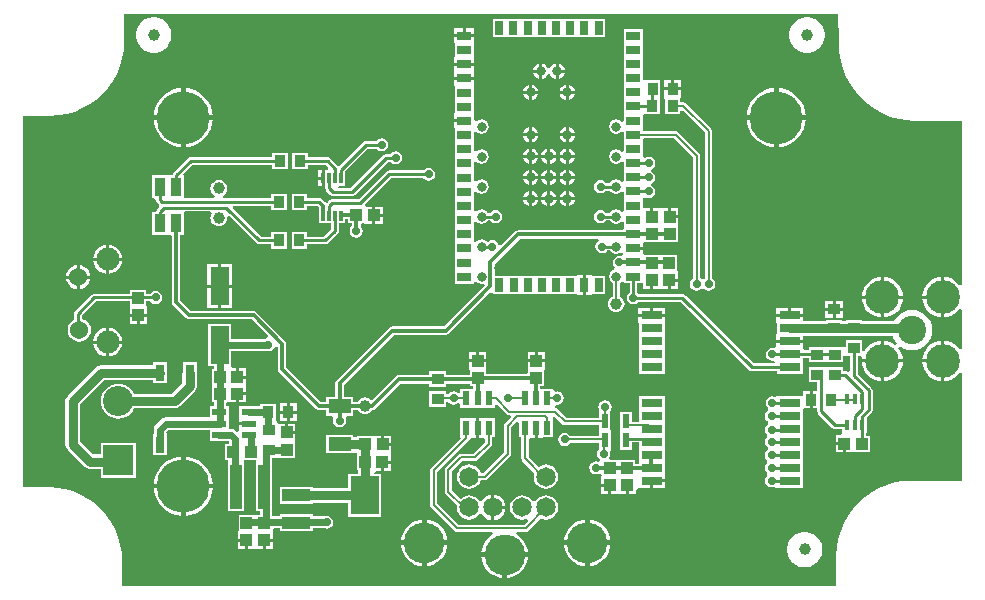
<source format=gtl>
G04*
G04 #@! TF.GenerationSoftware,Altium Limited,Altium Designer,25.2.1 (25)*
G04*
G04 Layer_Physical_Order=1*
G04 Layer_Color=255*
%FSLAX44Y44*%
%MOMM*%
G71*
G04*
G04 #@! TF.SameCoordinates,87619A9C-F5BC-4542-8D18-A5A081A772CD*
G04*
G04*
G04 #@! TF.FilePolarity,Positive*
G04*
G01*
G75*
%ADD10C,0.2000*%
%ADD11C,0.2500*%
%ADD18C,0.8000*%
%ADD19R,0.9000X1.0000*%
%ADD20R,1.1900X0.7500*%
%ADD21R,0.7500X1.1900*%
G04:AMPARAMS|DCode=22|XSize=0.95mm|YSize=0.95mm|CornerRadius=0mm|HoleSize=0mm|Usage=FLASHONLY|Rotation=180.000|XOffset=0mm|YOffset=0mm|HoleType=Round|Shape=RoundedRectangle|*
%AMROUNDEDRECTD22*
21,1,0.9500,0.9500,0,0,180.0*
21,1,0.9500,0.9500,0,0,180.0*
1,1,0.0000,-0.4750,0.4750*
1,1,0.0000,0.4750,0.4750*
1,1,0.0000,0.4750,-0.4750*
1,1,0.0000,-0.4750,-0.4750*
%
%ADD22ROUNDEDRECTD22*%
G04:AMPARAMS|DCode=23|XSize=0.95mm|YSize=0.95mm|CornerRadius=0mm|HoleSize=0mm|Usage=FLASHONLY|Rotation=90.000|XOffset=0mm|YOffset=0mm|HoleType=Round|Shape=RoundedRectangle|*
%AMROUNDEDRECTD23*
21,1,0.9500,0.9500,0,0,90.0*
21,1,0.9500,0.9500,0,0,90.0*
1,1,0.0000,0.4750,0.4750*
1,1,0.0000,0.4750,-0.4750*
1,1,0.0000,-0.4750,-0.4750*
1,1,0.0000,-0.4750,0.4750*
%
%ADD23ROUNDEDRECTD23*%
%ADD24R,1.0000X0.9000*%
%ADD25R,1.2000X0.6000*%
%ADD26R,0.3000X0.8500*%
%ADD28R,0.9000X1.5000*%
%ADD29R,1.9000X1.2000*%
%ADD30R,2.4000X3.3000*%
%ADD31R,2.4000X1.0000*%
%ADD32R,0.4000X0.9500*%
%ADD33R,0.6000X1.2500*%
%ADD34R,0.6000X1.2000*%
%ADD35R,0.9800X3.7000*%
%ADD36R,1.6000X3.2000*%
%ADD37R,0.8000X1.4000*%
%ADD69R,1.8000X0.8000*%
%ADD70C,1.0000*%
%ADD71C,0.6000*%
%ADD72C,0.2450*%
%ADD73C,0.3000*%
%ADD74C,0.2540*%
%ADD75C,0.8000*%
%ADD76C,4.5000*%
%ADD77C,3.4500*%
%ADD78C,1.6500*%
%ADD79C,2.8500*%
%ADD80C,2.4000*%
%ADD81R,2.5500X2.5500*%
%ADD82C,2.5500*%
%ADD83C,1.5400*%
%ADD84C,1.9500*%
%ADD85C,0.7000*%
G36*
X693156Y464668D02*
X693181Y464553D01*
X693062Y462434D01*
X693472Y455140D01*
X694696Y447938D01*
X696718Y440918D01*
X699514Y434168D01*
X703047Y427775D01*
X707275Y421816D01*
X712143Y416369D01*
X717590Y411501D01*
X723548Y407274D01*
X729942Y403740D01*
X736691Y400945D01*
X743711Y398922D01*
X750913Y397698D01*
X755667Y397431D01*
X755917Y397382D01*
X797172D01*
Y258576D01*
X796221Y258065D01*
X795172Y257923D01*
X793257Y260257D01*
X790630Y262412D01*
X787633Y264014D01*
X784382Y265000D01*
X782270Y265208D01*
Y248000D01*
Y230792D01*
X784382Y231000D01*
X787633Y231986D01*
X790630Y233588D01*
X793257Y235743D01*
X795172Y238078D01*
X796221Y237935D01*
X797172Y237424D01*
Y204576D01*
X796221Y204065D01*
X795172Y203923D01*
X793257Y206257D01*
X790630Y208412D01*
X787633Y210014D01*
X784382Y211000D01*
X782270Y211208D01*
Y194000D01*
Y176792D01*
X784382Y177000D01*
X787633Y177986D01*
X790630Y179588D01*
X793257Y181743D01*
X795172Y184077D01*
X796221Y183935D01*
X797172Y183424D01*
Y92638D01*
X755778D01*
X755768Y92636D01*
X754698Y92696D01*
X747558Y92295D01*
X740507Y91097D01*
X733635Y89117D01*
X727027Y86380D01*
X720768Y82921D01*
X714935Y78782D01*
X709603Y74017D01*
X704837Y68684D01*
X700698Y62851D01*
X697239Y56592D01*
X694502Y49984D01*
X692522Y43112D01*
X691324Y36061D01*
X690986Y30047D01*
X690986D01*
X690982Y30000D01*
X690982Y28058D01*
Y3687D01*
X86355D01*
Y25181D01*
X86369Y25181D01*
X86355Y25510D01*
X86349Y25536D01*
X86259Y27148D01*
X86259Y27149D01*
X86009Y31600D01*
X84836Y38502D01*
X82898Y45228D01*
X80220Y51695D01*
X76834Y57822D01*
X72783Y63531D01*
X68118Y68751D01*
X62899Y73415D01*
X57189Y77466D01*
X51063Y80852D01*
X44595Y83531D01*
X37869Y85469D01*
X30967Y86642D01*
X25787Y86933D01*
X25510Y86988D01*
X25394D01*
X24719Y86993D01*
X23978Y87034D01*
X23408Y87002D01*
X21410Y86988D01*
X2687D01*
Y361000D01*
Y401603D01*
X25510D01*
X25524Y401591D01*
X25524Y401573D01*
X32234Y401950D01*
X39183Y403130D01*
X45956Y405081D01*
X52467Y407779D01*
X58636Y411188D01*
X64384Y415267D01*
X69640Y419963D01*
X74336Y425219D01*
X78415Y430967D01*
X81824Y437135D01*
X84521Y443647D01*
X86472Y450420D01*
X87653Y457368D01*
X87956Y462755D01*
X88048Y464405D01*
X88030Y464733D01*
X88000Y466725D01*
Y487533D01*
X692682D01*
X693156Y464668D01*
D02*
G37*
%LPC*%
G36*
X483819Y483859D02*
X481819Y483859D01*
X473319D01*
X471819Y483859D01*
X469819Y483859D01*
X461319D01*
X459819Y483859D01*
X457819Y483859D01*
X449319D01*
X447819Y483859D01*
X445819Y483859D01*
X437319D01*
X435819Y483859D01*
X433819Y483859D01*
X425319D01*
X423819Y483859D01*
X421819Y483859D01*
X413319D01*
X411819Y483859D01*
X409819Y483859D01*
X399819D01*
Y467959D01*
X409819D01*
X411319Y467959D01*
X413319Y467959D01*
X421819D01*
X423319Y467959D01*
X425319Y467959D01*
X433819D01*
X435319Y467959D01*
X437319Y467959D01*
X445819D01*
X447319Y467959D01*
X449319Y467959D01*
X457819D01*
X459319Y467959D01*
X461319Y467959D01*
X469819D01*
X471319Y467959D01*
X473319Y467959D01*
X481819D01*
X483319Y467959D01*
X485319Y467959D01*
X495319D01*
Y483859D01*
X483819Y483859D01*
D02*
G37*
G36*
X384410Y475501D02*
X377190D01*
Y470481D01*
X384410D01*
Y475501D01*
D02*
G37*
G36*
X374650D02*
X367430D01*
Y470481D01*
X374650D01*
Y475501D01*
D02*
G37*
G36*
X667477Y485000D02*
X664523D01*
X661625Y484423D01*
X658895Y483293D01*
X656438Y481651D01*
X654349Y479562D01*
X652707Y477105D01*
X651576Y474375D01*
X651000Y471477D01*
Y468523D01*
X651576Y465625D01*
X652707Y462895D01*
X654349Y460438D01*
X656438Y458349D01*
X658895Y456707D01*
X661625Y455576D01*
X664523Y455000D01*
X667477D01*
X670375Y455576D01*
X673105Y456707D01*
X675562Y458349D01*
X677651Y460438D01*
X679293Y462895D01*
X680424Y465625D01*
X681000Y468523D01*
Y471477D01*
X680424Y474375D01*
X679293Y477105D01*
X677651Y479562D01*
X675562Y481651D01*
X673105Y483293D01*
X670375Y484423D01*
X667477Y485000D01*
D02*
G37*
G36*
X114477D02*
X111523D01*
X108625Y484423D01*
X105895Y483293D01*
X103438Y481651D01*
X101349Y479562D01*
X99707Y477105D01*
X98576Y474375D01*
X98000Y471477D01*
Y468523D01*
X98576Y465625D01*
X99707Y462895D01*
X101349Y460438D01*
X103438Y458349D01*
X105895Y456707D01*
X108625Y455576D01*
X111523Y455000D01*
X114477D01*
X117375Y455576D01*
X120105Y456707D01*
X122562Y458349D01*
X124651Y460438D01*
X126293Y462895D01*
X127423Y465625D01*
X128000Y468523D01*
Y471477D01*
X127423Y474375D01*
X126293Y477105D01*
X124651Y479562D01*
X122562Y481651D01*
X120105Y483293D01*
X117375Y484423D01*
X114477Y485000D01*
D02*
G37*
G36*
X384410Y467941D02*
X375920D01*
X367430D01*
Y462921D01*
X367970D01*
Y451501D01*
X367430D01*
Y446481D01*
X375920D01*
X384410D01*
Y451501D01*
X383870D01*
Y462921D01*
X384410D01*
Y467941D01*
D02*
G37*
G36*
X455840Y445837D02*
Y440678D01*
X460999D01*
X460941Y441115D01*
X460282Y442706D01*
X459234Y444072D01*
X457868Y445121D01*
X456277Y445779D01*
X455840Y445837D01*
D02*
G37*
G36*
X439300D02*
X438862Y445779D01*
X437271Y445121D01*
X435905Y444072D01*
X434857Y442706D01*
X434198Y441115D01*
X434140Y440678D01*
X439300D01*
Y445837D01*
D02*
G37*
G36*
X384410Y443941D02*
X375920D01*
X367430D01*
Y438921D01*
Y434481D01*
X375920D01*
X384410D01*
Y438921D01*
Y443941D01*
D02*
G37*
G36*
X460999Y438138D02*
X455840D01*
Y432979D01*
X456277Y433036D01*
X457868Y433695D01*
X459234Y434743D01*
X460282Y436110D01*
X460941Y437701D01*
X460999Y438138D01*
D02*
G37*
G36*
X441840Y445837D02*
Y439408D01*
Y432979D01*
X442277Y433036D01*
X443868Y433695D01*
X445234Y434743D01*
X446282Y436110D01*
X446487Y436604D01*
X448652D01*
X448857Y436110D01*
X449905Y434743D01*
X451271Y433695D01*
X452862Y433036D01*
X453300Y432979D01*
Y439408D01*
Y445837D01*
X452862Y445779D01*
X451271Y445121D01*
X449905Y444072D01*
X448857Y442706D01*
X448652Y442211D01*
X446487D01*
X446282Y442706D01*
X445234Y444072D01*
X443868Y445121D01*
X442277Y445779D01*
X441840Y445837D01*
D02*
G37*
G36*
X439300Y438138D02*
X434140D01*
X434198Y437701D01*
X434857Y436110D01*
X435905Y434743D01*
X437271Y433695D01*
X438862Y433036D01*
X439300Y432979D01*
Y438138D01*
D02*
G37*
G36*
X559349Y432167D02*
X553579D01*
Y425897D01*
X559349D01*
Y432167D01*
D02*
G37*
G36*
X551039D02*
X545269D01*
Y425897D01*
X551039D01*
Y432167D01*
D02*
G37*
G36*
X464239Y427837D02*
Y422678D01*
X469399D01*
X469341Y423115D01*
X468682Y424706D01*
X467634Y426072D01*
X466268Y427121D01*
X464677Y427780D01*
X464239Y427837D01*
D02*
G37*
G36*
X433439D02*
Y422678D01*
X438599D01*
X438541Y423115D01*
X437882Y424706D01*
X436834Y426072D01*
X435467Y427121D01*
X433877Y427780D01*
X433439Y427837D01*
D02*
G37*
G36*
X461699D02*
X461262Y427780D01*
X459671Y427121D01*
X458305Y426072D01*
X457257Y424706D01*
X456598Y423115D01*
X456540Y422678D01*
X461699D01*
Y427837D01*
D02*
G37*
G36*
X430899D02*
X430462Y427780D01*
X428871Y427121D01*
X427505Y426072D01*
X426457Y424706D01*
X425798Y423115D01*
X425740Y422678D01*
X430899D01*
Y427837D01*
D02*
G37*
G36*
X469399Y420138D02*
X464239D01*
Y414979D01*
X464677Y415036D01*
X466268Y415695D01*
X467634Y416744D01*
X468682Y418110D01*
X469341Y419701D01*
X469399Y420138D01*
D02*
G37*
G36*
X438599D02*
X433439D01*
Y414979D01*
X433877Y415036D01*
X435467Y415695D01*
X436834Y416744D01*
X437882Y418110D01*
X438541Y419701D01*
X438599Y420138D01*
D02*
G37*
G36*
X461699D02*
X456540D01*
X456598Y419701D01*
X457257Y418110D01*
X458305Y416744D01*
X459671Y415695D01*
X461262Y415036D01*
X461699Y414979D01*
Y420138D01*
D02*
G37*
G36*
X430899D02*
X425740D01*
X425798Y419701D01*
X426457Y418110D01*
X427505Y416744D01*
X428871Y415695D01*
X430462Y415036D01*
X430899Y414979D01*
Y420138D01*
D02*
G37*
G36*
X642000Y424964D02*
Y402000D01*
X664964D01*
X664678Y404909D01*
X663246Y409629D01*
X660921Y413979D01*
X657792Y417792D01*
X653979Y420921D01*
X649629Y423246D01*
X644909Y424678D01*
X642000Y424964D01*
D02*
G37*
G36*
X638000D02*
X635091Y424678D01*
X630371Y423246D01*
X626021Y420921D01*
X622208Y417792D01*
X619079Y413979D01*
X616754Y409629D01*
X615322Y404909D01*
X615036Y402000D01*
X638000D01*
Y424964D01*
D02*
G37*
G36*
X140000D02*
Y402000D01*
X162964D01*
X162678Y404909D01*
X161246Y409629D01*
X158921Y413979D01*
X155792Y417792D01*
X151979Y420921D01*
X147629Y423246D01*
X142909Y424678D01*
X140000Y424964D01*
D02*
G37*
G36*
X136000D02*
X133091Y424678D01*
X128371Y423246D01*
X124021Y420921D01*
X120208Y417792D01*
X117079Y413979D01*
X114754Y409629D01*
X113322Y404909D01*
X113036Y402000D01*
X136000D01*
Y424964D01*
D02*
G37*
G36*
X526990Y475201D02*
X511090D01*
Y465201D01*
X511090Y463701D01*
X511090Y461701D01*
Y453201D01*
X511090Y451701D01*
X511090Y449701D01*
Y441201D01*
X511090Y439701D01*
X511090Y437701D01*
Y429201D01*
X511090Y427701D01*
X511090Y425701D01*
Y417201D01*
X511090Y415701D01*
X511090Y413701D01*
Y405201D01*
X511090Y403701D01*
X511090Y401701D01*
Y397049D01*
X509090Y396442D01*
X508895Y396734D01*
X506911Y398060D01*
X504570Y398526D01*
X502228Y398060D01*
X500244Y396734D01*
X498918Y394749D01*
X498452Y392408D01*
X498918Y390067D01*
X500244Y388082D01*
X502228Y386756D01*
X504570Y386291D01*
X506911Y386756D01*
X508895Y388082D01*
X509090Y388374D01*
X511090Y387768D01*
Y381201D01*
X511090Y379701D01*
X511090Y377701D01*
Y371649D01*
X509090Y371042D01*
X508895Y371334D01*
X506911Y372660D01*
X504570Y373126D01*
X502228Y372660D01*
X500244Y371334D01*
X498918Y369349D01*
X498452Y367008D01*
X498918Y364667D01*
X500244Y362682D01*
X502228Y361356D01*
X504570Y360891D01*
X506911Y361356D01*
X508895Y362682D01*
X509090Y362975D01*
X511090Y362368D01*
X511090Y355701D01*
X511090Y353701D01*
Y346249D01*
X509090Y345642D01*
X508895Y345934D01*
X506911Y347260D01*
X504570Y347726D01*
X502228Y347260D01*
X500244Y345934D01*
X499589Y344953D01*
X495732D01*
X495303Y345595D01*
X493484Y346811D01*
X491338Y347238D01*
X489192Y346811D01*
X487373Y345595D01*
X486157Y343776D01*
X485730Y341630D01*
X486157Y339484D01*
X487373Y337665D01*
X489192Y336449D01*
X491338Y336022D01*
X493484Y336449D01*
X495303Y337665D01*
X495718Y338285D01*
X499574D01*
X500244Y337282D01*
X502228Y335956D01*
X504570Y335491D01*
X506911Y335956D01*
X508895Y337282D01*
X509090Y337575D01*
X511090Y336968D01*
X511090Y331701D01*
X511090Y329701D01*
X511090Y320849D01*
X509090Y320242D01*
X508895Y320534D01*
X506911Y321860D01*
X504570Y322326D01*
X502228Y321860D01*
X500244Y320534D01*
X499575Y319533D01*
X495746D01*
X495303Y320195D01*
X493484Y321411D01*
X491338Y321838D01*
X489192Y321411D01*
X487373Y320195D01*
X486157Y318376D01*
X485730Y316230D01*
X486157Y314084D01*
X487373Y312265D01*
X489192Y311049D01*
X491338Y310622D01*
X493484Y311049D01*
X495303Y312265D01*
X495732Y312906D01*
X499560D01*
X500244Y311882D01*
X502228Y310556D01*
X504570Y310091D01*
X506911Y310556D01*
X508895Y311882D01*
X509090Y312174D01*
X511090Y311568D01*
X511090Y307701D01*
X511090Y306093D01*
X509676Y304678D01*
X421609D01*
X420243Y304407D01*
X419085Y303633D01*
X407126Y291674D01*
X404956Y292332D01*
X404831Y292962D01*
X403615Y294782D01*
X401796Y295997D01*
X399650Y296424D01*
X397504Y295997D01*
X395684Y294782D01*
X393941Y295772D01*
X392910Y296460D01*
X390569Y296926D01*
X388228Y296460D01*
X386243Y295134D01*
X385870Y294575D01*
X383870Y294961D01*
X383870Y296961D01*
Y305461D01*
X383870Y306961D01*
X383870Y308961D01*
Y311835D01*
X385870Y312441D01*
X386243Y311882D01*
X388228Y310556D01*
X390569Y310091D01*
X392910Y310556D01*
X394895Y311882D01*
X395579Y312906D01*
X398045D01*
X398473Y312265D01*
X400292Y311049D01*
X402438Y310622D01*
X404584Y311049D01*
X406403Y312265D01*
X407619Y314084D01*
X408046Y316230D01*
X407619Y318376D01*
X406403Y320195D01*
X404584Y321411D01*
X402438Y321838D01*
X400292Y321411D01*
X398473Y320195D01*
X398030Y319533D01*
X395564D01*
X394895Y320534D01*
X392910Y321860D01*
X390569Y322326D01*
X388228Y321860D01*
X386243Y320534D01*
X385870Y319975D01*
X383870Y320582D01*
X383870Y320961D01*
Y329461D01*
X383870Y330961D01*
X383870Y332961D01*
Y337235D01*
X385870Y337841D01*
X386243Y337282D01*
X388228Y335956D01*
X390569Y335491D01*
X392910Y335956D01*
X394895Y337282D01*
X396221Y339267D01*
X396687Y341608D01*
X396221Y343949D01*
X394895Y345934D01*
X392910Y347260D01*
X390569Y347726D01*
X388228Y347260D01*
X386243Y345934D01*
X385870Y345375D01*
X383870Y345982D01*
Y353461D01*
X383870Y354961D01*
X383870Y356961D01*
Y362635D01*
X385870Y363241D01*
X386243Y362682D01*
X388228Y361356D01*
X390569Y360891D01*
X392910Y361356D01*
X394895Y362682D01*
X396221Y364667D01*
X396687Y367008D01*
X396221Y369349D01*
X394895Y371334D01*
X392910Y372660D01*
X390569Y373126D01*
X388228Y372660D01*
X386243Y371334D01*
X385870Y370775D01*
X383870Y371382D01*
Y377461D01*
X383870Y378961D01*
X383870Y380961D01*
Y388035D01*
X385870Y388641D01*
X386243Y388082D01*
X388228Y386756D01*
X390569Y386291D01*
X392910Y386756D01*
X394895Y388082D01*
X396221Y390067D01*
X396687Y392408D01*
X396221Y394749D01*
X394895Y396734D01*
X392910Y398060D01*
X390569Y398526D01*
X388228Y398060D01*
X386410Y396845D01*
X385594Y397037D01*
X384410Y397590D01*
Y403501D01*
X383870D01*
Y413461D01*
X383870Y414961D01*
X383870Y416961D01*
Y426921D01*
X384410D01*
Y431941D01*
X375920D01*
X367430D01*
Y426921D01*
X367970D01*
Y416961D01*
X367970Y415461D01*
X367970Y413461D01*
Y403501D01*
X367430D01*
Y398481D01*
X375920D01*
Y395941D01*
X367430D01*
Y390921D01*
X367970D01*
Y380961D01*
X367970Y379461D01*
X367970Y377461D01*
Y368961D01*
X367970Y367461D01*
X367970Y365461D01*
Y356961D01*
X367970Y355461D01*
X367970Y353461D01*
Y344961D01*
X367970Y343461D01*
X367970Y341461D01*
Y332961D01*
X367970Y331461D01*
X367970Y329461D01*
Y320961D01*
X367970Y319461D01*
X367970Y317461D01*
Y308961D01*
X367970Y307461D01*
X367970Y305461D01*
Y296961D01*
X367970Y295461D01*
X367970Y293461D01*
Y284961D01*
X367970Y283461D01*
X367970Y281461D01*
Y272961D01*
X367970Y271461D01*
X367970Y269461D01*
Y259461D01*
X383870D01*
Y261035D01*
X385870Y261641D01*
X386243Y261082D01*
X388228Y259756D01*
X390569Y259291D01*
X392501Y259675D01*
X392703Y259573D01*
X393315Y257484D01*
X359109Y223279D01*
X314808D01*
X313443Y223007D01*
X312285Y222233D01*
X267835Y177783D01*
X267061Y176626D01*
X266790Y175260D01*
Y163700D01*
X258858D01*
Y159269D01*
X254566D01*
X225211Y188624D01*
Y208562D01*
X224940Y209928D01*
X224166Y211085D01*
X199980Y235272D01*
X198822Y236045D01*
X197456Y236317D01*
X144660D01*
X135569Y245408D01*
Y257410D01*
Y277000D01*
Y301000D01*
X138500D01*
Y318562D01*
X138500Y320000D01*
X140267Y320562D01*
X160924D01*
X161910Y318562D01*
X161886Y318530D01*
X161180Y316827D01*
X160940Y315000D01*
X161180Y313173D01*
X161886Y311470D01*
X163008Y310008D01*
X164470Y308885D01*
X166173Y308180D01*
X168000Y307940D01*
X169827Y308180D01*
X171530Y308885D01*
X172992Y310008D01*
X174114Y311470D01*
X174820Y313173D01*
X175060Y315000D01*
X174924Y316033D01*
X176819Y316967D01*
X200065Y293721D01*
X200065Y293721D01*
X201132Y293008D01*
X202390Y292757D01*
X202391Y292757D01*
X212636D01*
Y289046D01*
X225636D01*
Y303046D01*
X212636D01*
Y299334D01*
X203752D01*
X179691Y323395D01*
X180456Y325243D01*
X212637D01*
Y321531D01*
X225637D01*
Y335531D01*
X212637D01*
Y331819D01*
X171768D01*
X171371Y333819D01*
X171530Y333885D01*
X172992Y335008D01*
X174114Y336470D01*
X174820Y338173D01*
X175060Y340000D01*
X174820Y341827D01*
X174114Y343530D01*
X172992Y344992D01*
X171530Y346115D01*
X169827Y346820D01*
X168000Y347060D01*
X166173Y346820D01*
X164470Y346115D01*
X163008Y344992D01*
X161886Y343530D01*
X161180Y341827D01*
X160940Y340000D01*
X161180Y338173D01*
X161886Y336470D01*
X163008Y335008D01*
X164470Y333885D01*
X164629Y333819D01*
X164232Y331819D01*
X140425D01*
X138500Y332000D01*
X138500Y333819D01*
Y351000D01*
X138500D01*
X137969Y352282D01*
X145593Y359906D01*
X213448D01*
Y356220D01*
X226448D01*
Y370220D01*
X213448D01*
Y366534D01*
X144220D01*
X142952Y366281D01*
X141877Y365563D01*
X129657Y353343D01*
X128939Y352268D01*
X128686Y351000D01*
X125000Y351000D01*
X123500Y351000D01*
X111500D01*
Y332000D01*
X113377D01*
X114712Y330672D01*
X114962Y329413D01*
X115675Y328347D01*
X117346Y326675D01*
X117632Y324899D01*
X117507Y324007D01*
X115675Y322175D01*
X114962Y321108D01*
X114742Y320000D01*
X111500D01*
Y301000D01*
X123500D01*
X125000Y301000D01*
X127017Y301000D01*
X128431Y299586D01*
Y277000D01*
Y257410D01*
Y243930D01*
X128703Y242565D01*
X129477Y241407D01*
X140658Y230225D01*
X141816Y229452D01*
X143182Y229180D01*
X195978D01*
X209699Y215459D01*
X209041Y213289D01*
X207981Y213078D01*
X207128Y212508D01*
X178758D01*
Y225410D01*
X158758D01*
Y189410D01*
X163660D01*
Y187090D01*
X162129D01*
Y173590D01*
X162129D01*
Y173120D01*
X162129D01*
Y159620D01*
X163660D01*
Y155506D01*
X160559D01*
Y146104D01*
X123075D01*
X121124Y145716D01*
X119470Y144611D01*
X114354Y139495D01*
X113249Y137841D01*
X112861Y135890D01*
Y132170D01*
X111959D01*
Y114170D01*
X123959D01*
Y132170D01*
X123959D01*
X123448Y134170D01*
X125186Y135908D01*
X160559D01*
Y126506D01*
X168067D01*
X168559Y126408D01*
X175926D01*
X176499Y125835D01*
Y123626D01*
X173159D01*
Y110126D01*
X175763D01*
X175859Y108166D01*
X175859D01*
Y67166D01*
X189659D01*
Y108166D01*
X189659D01*
X189756Y110126D01*
X199463D01*
X199559Y108166D01*
X199559Y108126D01*
Y67166D01*
X203202D01*
Y63881D01*
X200008D01*
Y63881D01*
X198267D01*
Y63881D01*
X184767D01*
Y51197D01*
X184228Y49420D01*
X184228Y48604D01*
Y43401D01*
X191518D01*
Y42130D01*
X192787D01*
Y34841D01*
X197467D01*
X198808Y34840D01*
X200807Y34841D01*
X205487D01*
Y42130D01*
X206758D01*
Y43401D01*
X214048D01*
Y48604D01*
X214048Y49420D01*
X213816Y50183D01*
X215089Y52183D01*
X219528D01*
Y50150D01*
X247528D01*
Y52183D01*
X257642D01*
X259449Y51824D01*
X261595Y52250D01*
X263415Y53466D01*
X264630Y55285D01*
X265057Y57431D01*
X264630Y59577D01*
X263415Y61396D01*
X261595Y62612D01*
X259449Y63039D01*
X257303Y62612D01*
X256954Y62379D01*
X247528D01*
Y64150D01*
X219528D01*
Y62379D01*
X213507D01*
Y63881D01*
X213398D01*
Y112036D01*
X217269D01*
Y112036D01*
X218829Y111699D01*
X218829Y111699D01*
X219130Y111699D01*
X232329D01*
Y124382D01*
X232869Y126159D01*
X232869Y126975D01*
Y132178D01*
X225579D01*
Y133448D01*
X224309D01*
Y140738D01*
X218732Y140738D01*
X217269Y142036D01*
X217094D01*
X216362Y143733D01*
X216362D01*
Y157733D01*
X203362D01*
Y155604D01*
X193559D01*
X193067Y155506D01*
X185559D01*
Y146546D01*
X185019D01*
Y142276D01*
X193559D01*
Y139736D01*
X185019D01*
Y135466D01*
X185019D01*
X184857Y134725D01*
X182670Y134084D01*
X181642Y135111D01*
X179988Y136216D01*
X178037Y136604D01*
X176559D01*
Y145506D01*
Y155506D01*
X173856D01*
Y158014D01*
X175856Y159303D01*
X176588Y159080D01*
X177405Y159080D01*
X182608D01*
Y166370D01*
X183878D01*
Y167640D01*
X191168D01*
Y173050D01*
Y179070D01*
X183878D01*
Y180340D01*
X182608D01*
Y187630D01*
X179290D01*
X178758Y189410D01*
X178758Y189630D01*
Y202312D01*
X209640D01*
X209827Y202349D01*
X210127Y202289D01*
X212273Y202716D01*
X214092Y203932D01*
X214998Y205287D01*
X216776Y205925D01*
X217396Y205999D01*
X218074Y205496D01*
Y187146D01*
X218346Y185780D01*
X219119Y184622D01*
X250565Y153177D01*
X251723Y152403D01*
X253088Y152132D01*
X258858D01*
Y147700D01*
X264138D01*
X265207Y145700D01*
X265177Y145656D01*
X264750Y143510D01*
X265177Y141364D01*
X266393Y139545D01*
X268212Y138329D01*
X270358Y137902D01*
X272504Y138329D01*
X274324Y139545D01*
X275539Y141364D01*
X275966Y143510D01*
X275539Y145656D01*
X275510Y145700D01*
X276579Y147700D01*
X281858D01*
Y152132D01*
X286255D01*
X286956Y151218D01*
X288418Y150096D01*
X290121Y149390D01*
X291948Y149150D01*
X293776Y149390D01*
X295478Y150096D01*
X296941Y151218D01*
X297642Y152132D01*
X297788D01*
X299154Y152403D01*
X300312Y153177D01*
X322002Y174867D01*
X346284D01*
Y172337D01*
X360284D01*
Y174867D01*
X380448D01*
Y172440D01*
X383630D01*
Y170360D01*
X372698D01*
Y167349D01*
X371440Y166790D01*
X370698Y166622D01*
X369024Y167741D01*
X366878Y168168D01*
X364732Y167741D01*
X362913Y166525D01*
X362307Y165619D01*
X360284D01*
Y168337D01*
X346284D01*
Y155337D01*
X360284D01*
Y159501D01*
X362307D01*
X362913Y158595D01*
X364732Y157379D01*
X366878Y156952D01*
X369024Y157379D01*
X370698Y158498D01*
X371440Y158330D01*
X372698Y157771D01*
Y154360D01*
X401698D01*
Y156655D01*
X403546Y157420D01*
X411999Y148967D01*
X412992Y148304D01*
X414162Y148071D01*
X414546D01*
X415312Y146223D01*
X410435Y141347D01*
X409772Y140355D01*
X409539Y139184D01*
X409539Y139184D01*
Y116665D01*
X391933Y99059D01*
X389827D01*
X388953Y101169D01*
X387310Y103310D01*
X385169Y104953D01*
X382676Y105986D01*
X380000Y106338D01*
X377324Y105986D01*
X374831Y104953D01*
X372690Y103310D01*
X371047Y101169D01*
X370014Y98676D01*
X369662Y96000D01*
X370014Y93324D01*
X371047Y90831D01*
X372690Y88690D01*
X374831Y87047D01*
X377324Y86014D01*
X380000Y85662D01*
X382676Y86014D01*
X385169Y87047D01*
X387310Y88690D01*
X388953Y90831D01*
X389827Y92941D01*
X393200D01*
X393200Y92941D01*
X394371Y93174D01*
X395363Y93837D01*
X414761Y113235D01*
X414761Y113235D01*
X415424Y114228D01*
X415657Y115398D01*
Y137917D01*
X420228Y142488D01*
X422228Y141660D01*
Y129360D01*
X424169D01*
Y111591D01*
X424169Y111591D01*
X424402Y110421D01*
X425065Y109428D01*
X435249Y99244D01*
X435014Y98676D01*
X434662Y96000D01*
X435014Y93324D01*
X436047Y90831D01*
X437690Y88690D01*
X439831Y87047D01*
X442324Y86014D01*
X445000Y85662D01*
X447676Y86014D01*
X450169Y87047D01*
X452310Y88690D01*
X453953Y90831D01*
X454986Y93324D01*
X455338Y96000D01*
X454986Y98676D01*
X453953Y101169D01*
X452310Y103310D01*
X450169Y104953D01*
X447676Y105986D01*
X445000Y106338D01*
X442324Y105986D01*
X439831Y104953D01*
X438903Y104242D01*
X430287Y112858D01*
Y127193D01*
X431188Y128820D01*
X435458D01*
Y137360D01*
X437998D01*
Y128820D01*
X442268D01*
Y129360D01*
X451228D01*
Y145360D01*
X451058D01*
X450979Y145496D01*
X452191Y147364D01*
X458831Y140724D01*
X458831Y140724D01*
X459823Y140061D01*
X460994Y139828D01*
X460994Y139828D01*
X489694D01*
Y134637D01*
X489799D01*
Y130544D01*
X465495D01*
X464889Y131450D01*
X463070Y132666D01*
X460924Y133092D01*
X458778Y132666D01*
X456958Y131450D01*
X455743Y129631D01*
X455316Y127485D01*
X455743Y125339D01*
X456958Y123519D01*
X458778Y122304D01*
X460924Y121877D01*
X463070Y122304D01*
X464889Y123519D01*
X465495Y124426D01*
X489799D01*
Y119365D01*
X488697Y117716D01*
X488270Y115570D01*
X488697Y113424D01*
X489913Y111605D01*
X491108Y110806D01*
X491149Y110079D01*
X490614Y109569D01*
X489221Y108753D01*
X487519Y109092D01*
X485373Y108665D01*
X483554Y107449D01*
X482338Y105630D01*
X481912Y103484D01*
X482338Y101338D01*
X483554Y99519D01*
X485373Y98303D01*
X487519Y97876D01*
X489665Y98303D01*
X490412Y98802D01*
X492396Y97741D01*
X491872Y96018D01*
X491872Y95202D01*
Y89998D01*
X499162D01*
Y88728D01*
X500432D01*
Y81438D01*
X504822D01*
X506770Y81313D01*
X508400Y81313D01*
X512790D01*
Y88603D01*
X515330D01*
Y81313D01*
X521350D01*
Y85123D01*
X522978Y86020D01*
X523350Y86020D01*
X533248D01*
Y92560D01*
X534518D01*
Y93830D01*
X546058D01*
Y99100D01*
X545518D01*
Y108560D01*
Y119560D01*
Y130560D01*
Y141560D01*
Y152560D01*
Y164560D01*
X523518D01*
Y152560D01*
Y142582D01*
X517694D01*
Y151137D01*
X507694D01*
Y134637D01*
X507800D01*
Y118778D01*
X517800D01*
Y124971D01*
X523518D01*
Y119560D01*
Y107086D01*
X520810D01*
Y110352D01*
X507310D01*
Y110353D01*
X505912Y110478D01*
Y110478D01*
X505362Y110478D01*
X499483D01*
X498427Y112478D01*
X499059Y113424D01*
X499486Y115570D01*
X499246Y116778D01*
X499799Y118778D01*
X499799D01*
Y135278D01*
X499694D01*
Y151137D01*
X499694Y151137D01*
X500280Y152698D01*
X500329Y152794D01*
X500329Y152794D01*
X500756Y154940D01*
X500329Y157086D01*
X499114Y158905D01*
X497294Y160121D01*
X495148Y160548D01*
X493002Y160121D01*
X491183Y158905D01*
X489967Y157086D01*
X489540Y154940D01*
X489899Y153137D01*
X489694Y151137D01*
X489694D01*
Y145945D01*
X462261D01*
X454913Y153293D01*
X453921Y153956D01*
X452750Y154189D01*
X452522Y154369D01*
X452573Y155422D01*
X454508Y156952D01*
X456654Y157379D01*
X458474Y158595D01*
X459689Y160414D01*
X460116Y162560D01*
X459689Y164706D01*
X458474Y166525D01*
X456654Y167741D01*
X454508Y168168D01*
X453228Y167913D01*
X451228Y169205D01*
Y170360D01*
X440297D01*
Y172440D01*
X443478D01*
Y185123D01*
X444018Y186900D01*
X444018Y187716D01*
Y192920D01*
X436728D01*
Y194190D01*
D01*
Y192920D01*
X429438D01*
Y187716D01*
X429438Y186900D01*
X429978Y185123D01*
Y184173D01*
X428564Y182759D01*
X395363D01*
X393948Y184173D01*
Y185123D01*
X394488Y186900D01*
X394488Y187716D01*
Y192920D01*
X387198D01*
X379908D01*
Y187716D01*
X379908Y186900D01*
X380448Y185123D01*
Y182004D01*
X360284D01*
Y185337D01*
X346284D01*
Y182004D01*
X320523D01*
X319158Y181732D01*
X318000Y180958D01*
X298164Y161122D01*
X296941Y161202D01*
X295478Y162325D01*
X293776Y163030D01*
X291948Y163270D01*
X290121Y163030D01*
X288418Y162325D01*
X286956Y161202D01*
X285834Y159740D01*
X285639Y159269D01*
X281858D01*
Y163700D01*
X273927D01*
Y173782D01*
X316287Y216141D01*
X360587D01*
X361953Y216413D01*
X363111Y217187D01*
X397992Y252068D01*
X399840Y251303D01*
Y250271D01*
X409840D01*
X411340Y250271D01*
X413340Y250271D01*
X421840D01*
X423340Y250271D01*
X425340Y250271D01*
X433840D01*
X435340Y250271D01*
X437340Y250271D01*
X445840D01*
X447340Y250271D01*
X449340Y250271D01*
X457840D01*
X459340Y250271D01*
X461340Y250271D01*
X471300D01*
Y249731D01*
X476320D01*
Y258221D01*
Y266711D01*
X471300D01*
Y266171D01*
X461340D01*
X459840Y266171D01*
X457840Y266171D01*
X449340D01*
X447840Y266171D01*
X445840Y266171D01*
X437340D01*
X435840Y266171D01*
X433840Y266171D01*
X425340D01*
X423840Y266171D01*
X421840Y266171D01*
X413340D01*
X411840Y266171D01*
X409840Y266171D01*
X401638D01*
Y276093D01*
X423087Y297541D01*
X489153D01*
X489759Y295541D01*
X488643Y294795D01*
X487427Y292976D01*
X487000Y290830D01*
X487427Y288684D01*
X488643Y286865D01*
X490462Y285649D01*
X492608Y285222D01*
X494754Y285649D01*
X496573Y286865D01*
X497002Y287506D01*
X499560D01*
X500244Y286482D01*
X502228Y285156D01*
X504570Y284691D01*
X506911Y285156D01*
X507922Y285832D01*
X509962Y285039D01*
X510076Y284368D01*
X510047Y284060D01*
X508316Y282797D01*
X507113Y283036D01*
X504967Y282610D01*
X503148Y281394D01*
X501933Y279575D01*
X501506Y277429D01*
X501933Y275283D01*
X503148Y273463D01*
X503357Y273324D01*
X502935Y271201D01*
X502228Y271060D01*
X500244Y269734D01*
X498918Y267749D01*
X498452Y265408D01*
X498918Y263067D01*
X500244Y261082D01*
X501484Y260254D01*
Y248472D01*
X500987Y248266D01*
X499525Y247144D01*
X498403Y245682D01*
X497697Y243979D01*
X497457Y242152D01*
X497697Y240325D01*
X498403Y238622D01*
X499525Y237160D01*
X500987Y236038D01*
X502690Y235332D01*
X504517Y235091D01*
X506344Y235332D01*
X508047Y236038D01*
X509510Y237160D01*
X510632Y238622D01*
X511337Y240325D01*
X511577Y242152D01*
X511337Y243979D01*
X510632Y245682D01*
X509510Y247144D01*
X508047Y248266D01*
X507602Y248451D01*
Y260206D01*
X507740Y260310D01*
X508895Y261082D01*
X509037Y261294D01*
X509128Y261363D01*
X511090Y260768D01*
Y259701D01*
X515819D01*
Y251876D01*
X515168Y251441D01*
X513952Y249621D01*
X513525Y247475D01*
X513952Y245329D01*
X515168Y243510D01*
X516987Y242295D01*
X519133Y241868D01*
X521279Y242295D01*
X523098Y243510D01*
X523534Y244162D01*
X559108D01*
X617096Y186174D01*
X618171Y185455D01*
X619439Y185203D01*
X640358D01*
Y182560D01*
X662358D01*
Y196226D01*
X667487D01*
Y192884D01*
X681487D01*
Y192884D01*
X682924Y192822D01*
Y192822D01*
X683461Y192822D01*
X696924D01*
Y198078D01*
X698800Y198377D01*
X698924Y198377D01*
X702466D01*
Y185495D01*
X700466Y184895D01*
X699707Y185402D01*
X698431Y185656D01*
X696924D01*
Y188822D01*
X682924D01*
Y188822D01*
X681487Y188884D01*
Y188884D01*
X680950Y188884D01*
X667487D01*
Y175884D01*
X674819D01*
Y168859D01*
X670816D01*
Y161318D01*
Y153778D01*
X674819D01*
Y151375D01*
X675073Y150099D01*
X675795Y149017D01*
X687499Y137313D01*
X688581Y136591D01*
X689857Y136337D01*
X695982D01*
Y133295D01*
X695982Y132921D01*
X695079Y131295D01*
X690529D01*
Y125275D01*
X697819D01*
Y124005D01*
X699089D01*
Y116715D01*
X704293D01*
X705109Y116715D01*
X706885Y117255D01*
X719569D01*
Y130755D01*
X716316D01*
Y132921D01*
X716982D01*
Y146242D01*
X720630Y149890D01*
X721353Y150972D01*
X721607Y152248D01*
Y168996D01*
X721353Y170272D01*
X720630Y171354D01*
X709134Y182850D01*
Y198377D01*
X711211D01*
X711598Y198162D01*
X712905Y196420D01*
X712792Y195270D01*
X728730D01*
Y211208D01*
X726618Y211000D01*
X723367Y210014D01*
X720370Y208412D01*
X717743Y206257D01*
X715588Y203630D01*
X714800Y202157D01*
X712800Y202658D01*
Y211377D01*
X698800D01*
Y206120D01*
X696924Y205822D01*
X696800Y205822D01*
X682924D01*
Y205822D01*
X681487Y205884D01*
Y205884D01*
X680950Y205884D01*
X667487D01*
Y202894D01*
X664432D01*
X662898Y204020D01*
Y209290D01*
X639818D01*
Y206295D01*
X637818Y204940D01*
X636672Y205168D01*
X634526Y204741D01*
X632707Y203525D01*
X631491Y201706D01*
X631064Y199560D01*
X631491Y197414D01*
X632707Y195595D01*
X634526Y194379D01*
X636672Y193952D01*
X637393Y194096D01*
X638660Y192687D01*
X638770Y192097D01*
X638669Y191830D01*
X620812D01*
X562824Y249818D01*
X561749Y250537D01*
X560481Y250789D01*
X523534D01*
X523098Y251441D01*
X522447Y251876D01*
Y259701D01*
X526990Y259701D01*
X527356Y257853D01*
Y254973D01*
X533376D01*
Y262263D01*
X535916D01*
Y254973D01*
X540228D01*
X542211Y254932D01*
X543919Y254932D01*
X548231D01*
Y262222D01*
X549501D01*
Y263492D01*
X556791D01*
Y268696D01*
X556791Y269512D01*
X556251Y271288D01*
Y283972D01*
X542751D01*
Y283972D01*
X541396Y284013D01*
Y284013D01*
X529178D01*
X527896Y284013D01*
X527530Y285862D01*
Y288181D01*
X519040D01*
Y290721D01*
X527530D01*
Y292458D01*
X527768Y294360D01*
X528958Y294360D01*
X541268D01*
Y294360D01*
X543008D01*
Y294360D01*
X556508D01*
Y307044D01*
X557048Y308820D01*
X557048Y309636D01*
Y314840D01*
X549758D01*
Y316110D01*
X548488D01*
Y323400D01*
X543808D01*
X542468Y323400D01*
X540468Y323400D01*
X535788D01*
Y316110D01*
X533248D01*
Y323400D01*
X527228Y323400D01*
X526990Y325302D01*
X526990Y331764D01*
X528990Y332833D01*
X529832Y332270D01*
X531978Y331843D01*
X534124Y332270D01*
X535943Y333486D01*
X537159Y335305D01*
X537586Y337451D01*
X537159Y339597D01*
X535943Y341417D01*
X534561Y342340D01*
X534408Y343019D01*
Y343884D01*
X534561Y344562D01*
X535943Y345486D01*
X537159Y347305D01*
X537586Y349451D01*
X537159Y351597D01*
X535943Y353416D01*
X534561Y354340D01*
X534408Y355019D01*
Y355884D01*
X534561Y356562D01*
X535943Y357486D01*
X537159Y359305D01*
X537586Y361451D01*
X537159Y363597D01*
X535943Y365416D01*
X534124Y366632D01*
X531978Y367059D01*
X529832Y366632D01*
X528990Y366070D01*
X526990Y367139D01*
X526990Y369201D01*
Y377701D01*
X526990Y379201D01*
X526990Y380978D01*
X528405Y382392D01*
X553784D01*
X569559Y366618D01*
Y263651D01*
X568653Y263045D01*
X567437Y261226D01*
X567010Y259080D01*
X567437Y256934D01*
X568653Y255115D01*
X570472Y253899D01*
X572618Y253472D01*
X574764Y253899D01*
X576462Y255033D01*
X577037Y255286D01*
X578359D01*
X578935Y255033D01*
X580632Y253899D01*
X582778Y253472D01*
X584924Y253899D01*
X586743Y255115D01*
X587959Y256934D01*
X588386Y259080D01*
X587959Y261226D01*
X586743Y263045D01*
X585837Y263651D01*
Y388361D01*
X585837Y388362D01*
X585604Y389532D01*
X584941Y390524D01*
X584941Y390524D01*
X563464Y412001D01*
X562472Y412664D01*
X561301Y412897D01*
X561301Y412897D01*
X558739D01*
Y415340D01*
X559349Y417087D01*
X559349Y418586D01*
Y423357D01*
X552309D01*
X545269D01*
Y418643D01*
X545269Y417087D01*
X545739Y415282D01*
Y402838D01*
X558739D01*
Y405246D01*
X560739Y406075D01*
X579719Y387094D01*
Y263651D01*
X578813Y263045D01*
X576899Y263302D01*
X575677Y264451D01*
Y367884D01*
X575677Y367884D01*
X575444Y369055D01*
X574781Y370047D01*
X574781Y370047D01*
X557214Y387614D01*
X556222Y388277D01*
X555051Y388510D01*
X555051Y388510D01*
X528405D01*
X526990Y389924D01*
Y391201D01*
X526990Y393201D01*
X526990Y402233D01*
X528740Y402838D01*
X528990Y402838D01*
X541740D01*
Y416838D01*
X541740D01*
X541809Y417627D01*
X541809D01*
X541809Y418810D01*
Y431627D01*
X528990D01*
X528809Y431627D01*
X526990Y432066D01*
X526990Y439201D01*
X526990Y441201D01*
Y449701D01*
X526990Y451201D01*
X526990Y453201D01*
Y461701D01*
X526990Y463201D01*
X526990Y465201D01*
Y475201D01*
D02*
G37*
G36*
X464239Y391837D02*
Y386678D01*
X469399D01*
X469341Y387115D01*
X468682Y388706D01*
X467634Y390072D01*
X466268Y391121D01*
X464677Y391780D01*
X464239Y391837D01*
D02*
G37*
G36*
X433439D02*
Y386678D01*
X438599D01*
X438541Y387115D01*
X437882Y388706D01*
X436834Y390072D01*
X435467Y391121D01*
X433877Y391780D01*
X433439Y391837D01*
D02*
G37*
G36*
X461699D02*
X461262Y391780D01*
X459671Y391121D01*
X458305Y390072D01*
X457257Y388706D01*
X456598Y387115D01*
X456540Y386678D01*
X461699D01*
Y391837D01*
D02*
G37*
G36*
X430899D02*
X430462Y391780D01*
X428871Y391121D01*
X427505Y390072D01*
X426457Y388706D01*
X425798Y387115D01*
X425740Y386678D01*
X430899D01*
Y391837D01*
D02*
G37*
G36*
X469399Y384138D02*
X464239D01*
Y378979D01*
X464677Y379036D01*
X466268Y379695D01*
X467634Y380743D01*
X468682Y382110D01*
X469341Y383701D01*
X469399Y384138D01*
D02*
G37*
G36*
X438599D02*
X433439D01*
Y378979D01*
X433877Y379036D01*
X435467Y379695D01*
X436834Y380743D01*
X437882Y382110D01*
X438541Y383701D01*
X438599Y384138D01*
D02*
G37*
G36*
X461699D02*
X456540D01*
X456598Y383701D01*
X457257Y382110D01*
X458305Y380743D01*
X459671Y379695D01*
X461262Y379036D01*
X461699Y378979D01*
Y384138D01*
D02*
G37*
G36*
X430899D02*
X425740D01*
X425798Y383701D01*
X426457Y382110D01*
X427505Y380743D01*
X428871Y379695D01*
X430462Y379036D01*
X430899Y378979D01*
Y384138D01*
D02*
G37*
G36*
X664964Y398000D02*
X642000D01*
Y375036D01*
X644909Y375322D01*
X649629Y376754D01*
X653979Y379079D01*
X657792Y382208D01*
X660921Y386021D01*
X663246Y390371D01*
X664678Y395091D01*
X664964Y398000D01*
D02*
G37*
G36*
X638000D02*
X615036D01*
X615322Y395091D01*
X616754Y390371D01*
X619079Y386021D01*
X622208Y382208D01*
X626021Y379079D01*
X630371Y376754D01*
X635091Y375322D01*
X638000Y375036D01*
Y398000D01*
D02*
G37*
G36*
X162964D02*
X140000D01*
Y375036D01*
X142909Y375322D01*
X147629Y376754D01*
X151979Y379079D01*
X155792Y382208D01*
X158921Y386021D01*
X161246Y390371D01*
X162678Y395091D01*
X162964Y398000D01*
D02*
G37*
G36*
X136000D02*
X113036D01*
X113322Y395091D01*
X114754Y390371D01*
X117079Y386021D01*
X120208Y382208D01*
X124021Y379079D01*
X128371Y376754D01*
X133091Y375322D01*
X136000Y375036D01*
Y398000D01*
D02*
G37*
G36*
X306000Y382608D02*
X303854Y382181D01*
X302035Y380965D01*
X301599Y380314D01*
X292500D01*
X291232Y380061D01*
X290157Y379343D01*
X269958Y359144D01*
X268852Y359253D01*
X262541Y365563D01*
X261466Y366281D01*
X260198Y366534D01*
X243449D01*
Y370220D01*
X230448D01*
Y356220D01*
X243449D01*
Y359906D01*
X258826D01*
X260608Y358124D01*
X260590Y355321D01*
X260548Y355280D01*
X257778D01*
Y348490D01*
Y341700D01*
X258195D01*
Y340320D01*
X258447Y339052D01*
X259165Y337977D01*
X262621Y334520D01*
X263696Y333802D01*
X264965Y333550D01*
X280832D01*
X282100Y333802D01*
X283175Y334520D01*
X311410Y362756D01*
X313412D01*
X313847Y362104D01*
X315667Y360888D01*
X317813Y360461D01*
X319959Y360888D01*
X321778Y362104D01*
X322994Y363923D01*
X323420Y366069D01*
X322994Y368215D01*
X321778Y370034D01*
X319959Y371250D01*
X317813Y371677D01*
X315667Y371250D01*
X313847Y370034D01*
X313412Y369383D01*
X310037D01*
X308769Y369131D01*
X307694Y368412D01*
X279459Y340177D01*
X268413D01*
X268371Y340240D01*
X269440Y342240D01*
X275008D01*
Y354740D01*
X275008Y354740D01*
X275008D01*
X276301Y356115D01*
X293873Y373686D01*
X301599D01*
X302035Y373035D01*
X303854Y371819D01*
X306000Y371392D01*
X308146Y371819D01*
X309965Y373035D01*
X311181Y374854D01*
X311608Y377000D01*
X311181Y379146D01*
X309965Y380965D01*
X308146Y382181D01*
X306000Y382608D01*
D02*
G37*
G36*
X464239Y373837D02*
Y368678D01*
X469399D01*
X469341Y369115D01*
X468682Y370706D01*
X467634Y372072D01*
X466268Y373121D01*
X464677Y373780D01*
X464239Y373837D01*
D02*
G37*
G36*
X448839D02*
Y368678D01*
X453999D01*
X453941Y369115D01*
X453282Y370706D01*
X452234Y372072D01*
X450868Y373121D01*
X449277Y373780D01*
X448839Y373837D01*
D02*
G37*
G36*
X433439D02*
Y368678D01*
X438599D01*
X438541Y369115D01*
X437882Y370706D01*
X436834Y372072D01*
X435467Y373121D01*
X433877Y373780D01*
X433439Y373837D01*
D02*
G37*
G36*
X446299D02*
X445862Y373780D01*
X444271Y373121D01*
X442905Y372072D01*
X441857Y370706D01*
X441198Y369115D01*
X441140Y368678D01*
X446299D01*
Y373837D01*
D02*
G37*
G36*
X461699D02*
X461262Y373780D01*
X459671Y373121D01*
X458305Y372072D01*
X457257Y370706D01*
X456598Y369115D01*
X456540Y368678D01*
X461699D01*
Y373837D01*
D02*
G37*
G36*
X430899D02*
X430462Y373780D01*
X428871Y373121D01*
X427505Y372072D01*
X426457Y370706D01*
X425798Y369115D01*
X425740Y368678D01*
X430899D01*
Y373837D01*
D02*
G37*
G36*
X469399Y366138D02*
X464239D01*
Y360979D01*
X464677Y361036D01*
X466268Y361695D01*
X467634Y362744D01*
X468682Y364110D01*
X469341Y365701D01*
X469399Y366138D01*
D02*
G37*
G36*
X453999D02*
X448839D01*
Y360979D01*
X449277Y361036D01*
X450868Y361695D01*
X452234Y362744D01*
X453282Y364110D01*
X453941Y365701D01*
X453999Y366138D01*
D02*
G37*
G36*
X438599D02*
X433439D01*
Y360979D01*
X433877Y361036D01*
X435467Y361695D01*
X436834Y362744D01*
X437882Y364110D01*
X438541Y365701D01*
X438599Y366138D01*
D02*
G37*
G36*
X461699D02*
X456540D01*
X456598Y365701D01*
X457257Y364110D01*
X458305Y362744D01*
X459671Y361695D01*
X461262Y361036D01*
X461699Y360979D01*
Y366138D01*
D02*
G37*
G36*
X446299D02*
X441140D01*
X441198Y365701D01*
X441857Y364110D01*
X442905Y362744D01*
X444271Y361695D01*
X445862Y361036D01*
X446299Y360979D01*
Y366138D01*
D02*
G37*
G36*
X430899D02*
X425740D01*
X425798Y365701D01*
X426457Y364110D01*
X427505Y362744D01*
X428871Y361695D01*
X430462Y361036D01*
X430899Y360979D01*
Y366138D01*
D02*
G37*
G36*
X464239Y355837D02*
Y350678D01*
X469399D01*
X469341Y351115D01*
X468682Y352706D01*
X467634Y354072D01*
X466268Y355121D01*
X464677Y355780D01*
X464239Y355837D01*
D02*
G37*
G36*
X448839D02*
Y350678D01*
X453999D01*
X453941Y351115D01*
X453282Y352706D01*
X452234Y354072D01*
X450868Y355121D01*
X449277Y355780D01*
X448839Y355837D01*
D02*
G37*
G36*
X433439D02*
Y350678D01*
X438599D01*
X438541Y351115D01*
X437882Y352706D01*
X436834Y354072D01*
X435467Y355121D01*
X433877Y355780D01*
X433439Y355837D01*
D02*
G37*
G36*
X446299D02*
X445862Y355780D01*
X444271Y355121D01*
X442905Y354072D01*
X441857Y352706D01*
X441198Y351115D01*
X441140Y350678D01*
X446299D01*
Y355837D01*
D02*
G37*
G36*
X461699D02*
X461262Y355780D01*
X459671Y355121D01*
X458305Y354072D01*
X457257Y352706D01*
X456598Y351115D01*
X456540Y350678D01*
X461699D01*
Y355837D01*
D02*
G37*
G36*
X430899D02*
X430462Y355780D01*
X428871Y355121D01*
X427505Y354072D01*
X426457Y352706D01*
X425798Y351115D01*
X425740Y350678D01*
X430899D01*
Y355837D01*
D02*
G37*
G36*
X255238Y355280D02*
X252468D01*
Y349760D01*
X255238D01*
Y355280D01*
D02*
G37*
G36*
X345653Y357684D02*
X343507Y357257D01*
X341688Y356042D01*
X341253Y355390D01*
X312555D01*
X311287Y355138D01*
X310212Y354420D01*
X286658Y330866D01*
X263901D01*
X262632Y330614D01*
X261557Y329896D01*
X260528Y328866D01*
X259565Y328079D01*
X257657Y328636D01*
X257599Y328679D01*
X255422Y330856D01*
X254356Y331569D01*
X253097Y331819D01*
X253097Y331819D01*
X242636D01*
Y335531D01*
X229636D01*
Y321531D01*
X242636D01*
Y325243D01*
X251735D01*
X252940Y324038D01*
Y316990D01*
X253008Y316645D01*
Y310740D01*
X263220D01*
Y305636D01*
X256918Y299334D01*
X242637D01*
Y303046D01*
X229637D01*
Y289046D01*
X242637D01*
Y292757D01*
X258280D01*
X258280Y292757D01*
X259538Y293008D01*
X260605Y293721D01*
X268834Y301949D01*
X268834Y301949D01*
X269546Y303016D01*
X269797Y304274D01*
X269797Y304274D01*
Y310740D01*
X275008D01*
Y313775D01*
X277692D01*
Y310593D01*
X280874D01*
Y308238D01*
X280393Y307917D01*
X279177Y306097D01*
X278750Y303951D01*
X279177Y301805D01*
X280393Y299986D01*
X282212Y298771D01*
X284358Y298344D01*
X286504Y298771D01*
X288324Y299986D01*
X289539Y301805D01*
X289966Y303951D01*
X289539Y306097D01*
X288324Y307917D01*
X288703Y309872D01*
X289425Y310593D01*
X290376D01*
X292153Y310054D01*
X292969Y310054D01*
X298173D01*
Y317344D01*
Y324633D01*
X292626Y324634D01*
X291547Y326383D01*
X313927Y348763D01*
X341253D01*
X341688Y348111D01*
X343507Y346896D01*
X345653Y346469D01*
X347799Y346896D01*
X349619Y348111D01*
X350834Y349930D01*
X351261Y352076D01*
X350834Y354222D01*
X349619Y356042D01*
X347799Y357257D01*
X345653Y357684D01*
D02*
G37*
G36*
X469399Y348138D02*
X464239D01*
Y342979D01*
X464677Y343036D01*
X466268Y343695D01*
X467634Y344744D01*
X468682Y346110D01*
X469341Y347701D01*
X469399Y348138D01*
D02*
G37*
G36*
X453999D02*
X448839D01*
Y342979D01*
X449277Y343036D01*
X450868Y343695D01*
X452234Y344744D01*
X453282Y346110D01*
X453941Y347701D01*
X453999Y348138D01*
D02*
G37*
G36*
X438599D02*
X433439D01*
Y342979D01*
X433877Y343036D01*
X435467Y343695D01*
X436834Y344744D01*
X437882Y346110D01*
X438541Y347701D01*
X438599Y348138D01*
D02*
G37*
G36*
X461699D02*
X456540D01*
X456598Y347701D01*
X457257Y346110D01*
X458305Y344744D01*
X459671Y343695D01*
X461262Y343036D01*
X461699Y342979D01*
Y348138D01*
D02*
G37*
G36*
X446299D02*
X441140D01*
X441198Y347701D01*
X441857Y346110D01*
X442905Y344744D01*
X444271Y343695D01*
X445862Y343036D01*
X446299Y342979D01*
Y348138D01*
D02*
G37*
G36*
X430899D02*
X425740D01*
X425798Y347701D01*
X426457Y346110D01*
X427505Y344744D01*
X428871Y343695D01*
X430462Y343036D01*
X430899Y342979D01*
Y348138D01*
D02*
G37*
G36*
X255238Y347220D02*
X252468D01*
Y341700D01*
X255238D01*
Y347220D01*
D02*
G37*
G36*
X464239Y337837D02*
Y332678D01*
X469399D01*
X469341Y333115D01*
X468682Y334706D01*
X467634Y336072D01*
X466268Y337121D01*
X464677Y337780D01*
X464239Y337837D01*
D02*
G37*
G36*
X448839D02*
Y332678D01*
X453999D01*
X453941Y333115D01*
X453282Y334706D01*
X452234Y336072D01*
X450868Y337121D01*
X449277Y337780D01*
X448839Y337837D01*
D02*
G37*
G36*
X433439D02*
Y332678D01*
X438599D01*
X438541Y333115D01*
X437882Y334706D01*
X436834Y336072D01*
X435467Y337121D01*
X433877Y337780D01*
X433439Y337837D01*
D02*
G37*
G36*
X446299D02*
X445862Y337780D01*
X444271Y337121D01*
X442905Y336072D01*
X441857Y334706D01*
X441198Y333115D01*
X441140Y332678D01*
X446299D01*
Y337837D01*
D02*
G37*
G36*
X461699D02*
X461262Y337780D01*
X459671Y337121D01*
X458305Y336072D01*
X457257Y334706D01*
X456598Y333115D01*
X456540Y332678D01*
X461699D01*
Y337837D01*
D02*
G37*
G36*
X430899D02*
X430462Y337780D01*
X428871Y337121D01*
X427505Y336072D01*
X426457Y334706D01*
X425798Y333115D01*
X425740Y332678D01*
X430899D01*
Y337837D01*
D02*
G37*
G36*
X469399Y330138D02*
X464239D01*
Y324979D01*
X464677Y325036D01*
X466268Y325695D01*
X467634Y326744D01*
X468682Y328110D01*
X469341Y329701D01*
X469399Y330138D01*
D02*
G37*
G36*
X453999D02*
X448839D01*
Y324979D01*
X449277Y325036D01*
X450868Y325695D01*
X452234Y326744D01*
X453282Y328110D01*
X453941Y329701D01*
X453999Y330138D01*
D02*
G37*
G36*
X438599D02*
X433439D01*
Y324979D01*
X433877Y325036D01*
X435467Y325695D01*
X436834Y326744D01*
X437882Y328110D01*
X438541Y329701D01*
X438599Y330138D01*
D02*
G37*
G36*
X461699D02*
X456540D01*
X456598Y329701D01*
X457257Y328110D01*
X458305Y326744D01*
X459671Y325695D01*
X461262Y325036D01*
X461699Y324979D01*
Y330138D01*
D02*
G37*
G36*
X446299D02*
X441140D01*
X441198Y329701D01*
X441857Y328110D01*
X442905Y326744D01*
X444271Y325695D01*
X445862Y325036D01*
X446299Y324979D01*
Y330138D01*
D02*
G37*
G36*
X430899D02*
X425740D01*
X425798Y329701D01*
X426457Y328110D01*
X427505Y326744D01*
X428871Y325695D01*
X430462Y325036D01*
X430899Y324979D01*
Y330138D01*
D02*
G37*
G36*
X300713Y324633D02*
Y318613D01*
X306733D01*
Y324633D01*
X300713D01*
D02*
G37*
G36*
X551028Y323400D02*
Y317380D01*
X557048D01*
Y323400D01*
X551028D01*
D02*
G37*
G36*
X306733Y316073D02*
X300713D01*
Y310054D01*
X306733D01*
Y316073D01*
D02*
G37*
G36*
X75270Y292229D02*
Y281270D01*
X86229D01*
X85974Y283208D01*
X84735Y286198D01*
X82765Y288765D01*
X80198Y290735D01*
X77208Y291974D01*
X75270Y292229D01*
D02*
G37*
G36*
X72730D02*
X70792Y291974D01*
X67802Y290735D01*
X65235Y288765D01*
X63265Y286198D01*
X62026Y283208D01*
X61771Y281270D01*
X72730D01*
Y292229D01*
D02*
G37*
G36*
X86229Y278730D02*
X75270D01*
Y267771D01*
X77208Y268026D01*
X80198Y269265D01*
X82765Y271235D01*
X84735Y273802D01*
X85974Y276792D01*
X86229Y278730D01*
D02*
G37*
G36*
X72730D02*
X61771D01*
X62026Y276792D01*
X63265Y273802D01*
X65235Y271235D01*
X67802Y269265D01*
X70792Y268026D01*
X72730Y267771D01*
Y278730D01*
D02*
G37*
G36*
X50270Y275161D02*
Y266270D01*
X59161D01*
X58976Y267673D01*
X57945Y270164D01*
X56303Y272303D01*
X54164Y273945D01*
X51673Y274976D01*
X50270Y275161D01*
D02*
G37*
G36*
X47730D02*
X46327Y274976D01*
X43836Y273945D01*
X41697Y272303D01*
X40055Y270164D01*
X39024Y267673D01*
X38839Y266270D01*
X47730D01*
Y275161D01*
D02*
G37*
G36*
X179298Y275950D02*
X170028D01*
Y258680D01*
X179298D01*
Y275950D01*
D02*
G37*
G36*
X167488D02*
X158218D01*
Y258680D01*
X167488D01*
Y275950D01*
D02*
G37*
G36*
X556791Y260952D02*
X550771D01*
Y254932D01*
X556791D01*
Y260952D01*
D02*
G37*
G36*
X47730Y263730D02*
X38839D01*
X39024Y262327D01*
X40055Y259836D01*
X41697Y257697D01*
X43836Y256055D01*
X46327Y255024D01*
X47730Y254839D01*
Y263730D01*
D02*
G37*
G36*
X59161D02*
X50270D01*
Y254839D01*
X51673Y255024D01*
X54164Y256055D01*
X56303Y257697D01*
X57945Y259836D01*
X58976Y262327D01*
X59161Y263730D01*
D02*
G37*
G36*
X483880Y266711D02*
X478860D01*
Y258221D01*
Y249731D01*
X483880D01*
Y250271D01*
X495340D01*
Y266171D01*
X483880D01*
Y266711D01*
D02*
G37*
G36*
X779730Y265208D02*
X777618Y265000D01*
X774367Y264014D01*
X771370Y262412D01*
X768743Y260257D01*
X766588Y257630D01*
X764986Y254633D01*
X764000Y251382D01*
X763792Y249270D01*
X779730D01*
Y265208D01*
D02*
G37*
G36*
X731270D02*
Y249270D01*
X747208D01*
X747000Y251382D01*
X746014Y254633D01*
X744412Y257630D01*
X742257Y260257D01*
X739630Y262412D01*
X736633Y264014D01*
X733382Y265000D01*
X731270Y265208D01*
D02*
G37*
G36*
X728730D02*
X726618Y265000D01*
X723367Y264014D01*
X720370Y262412D01*
X717743Y260257D01*
X715588Y257630D01*
X713986Y254633D01*
X713000Y251382D01*
X712792Y249270D01*
X728730D01*
Y265208D01*
D02*
G37*
G36*
X106750Y254250D02*
X93250D01*
Y251077D01*
X62742D01*
X61474Y250825D01*
X60399Y250106D01*
X46391Y236099D01*
X45673Y235024D01*
X45421Y233756D01*
Y228602D01*
X45108Y228473D01*
X43082Y226918D01*
X41527Y224892D01*
X40550Y222532D01*
X40216Y220000D01*
X40550Y217468D01*
X41527Y215108D01*
X43082Y213082D01*
X45108Y211527D01*
X47468Y210550D01*
X50000Y210216D01*
X52532Y210550D01*
X54892Y211527D01*
X56918Y213082D01*
X58473Y215108D01*
X59450Y217468D01*
X59784Y220000D01*
X59450Y222532D01*
X58473Y224892D01*
X56918Y226918D01*
X54892Y228473D01*
X52532Y229450D01*
X52048Y229514D01*
Y232383D01*
X64114Y244450D01*
X93250D01*
Y241566D01*
X92710Y239790D01*
X92710Y238974D01*
Y233770D01*
X100000D01*
X107290D01*
Y238974D01*
X107290Y239790D01*
X106750Y241566D01*
Y244450D01*
X110204D01*
X110640Y243798D01*
X112459Y242582D01*
X114605Y242155D01*
X116751Y242582D01*
X118570Y243798D01*
X119786Y245617D01*
X120213Y247763D01*
X119786Y249909D01*
X118570Y251728D01*
X116751Y252944D01*
X114605Y253371D01*
X112459Y252944D01*
X110640Y251728D01*
X110204Y251077D01*
X106750D01*
Y254250D01*
D02*
G37*
G36*
X696540Y244768D02*
X690270D01*
Y238998D01*
X696540D01*
Y244768D01*
D02*
G37*
G36*
X687730D02*
X681460D01*
Y238998D01*
X687730D01*
Y244768D01*
D02*
G37*
G36*
X179298Y256140D02*
X170028D01*
Y238870D01*
X179298D01*
Y256140D01*
D02*
G37*
G36*
X167488D02*
X158218D01*
Y238870D01*
X167488D01*
Y256140D01*
D02*
G37*
G36*
X662898Y239100D02*
X652628D01*
Y233830D01*
X662898D01*
Y239100D01*
D02*
G37*
G36*
X650088D02*
X639818D01*
Y233830D01*
X650088D01*
Y239100D01*
D02*
G37*
G36*
X546058D02*
X535788D01*
Y233830D01*
X546058D01*
Y239100D01*
D02*
G37*
G36*
X533248D02*
X522978D01*
Y233830D01*
X533248D01*
Y239100D01*
D02*
G37*
G36*
X728730Y246730D02*
X712792D01*
X713000Y244618D01*
X713986Y241367D01*
X715588Y238370D01*
X717743Y235743D01*
X720370Y233588D01*
X723367Y231986D01*
X726618Y231000D01*
X728730Y230792D01*
Y246730D01*
D02*
G37*
G36*
X747208D02*
X731270D01*
Y230792D01*
X733382Y231000D01*
X736633Y231986D01*
X739630Y233588D01*
X742257Y235743D01*
X744412Y238370D01*
X746014Y241367D01*
X747000Y244618D01*
X747208Y246730D01*
D02*
G37*
G36*
X779730Y246730D02*
X763792D01*
X764000Y244618D01*
X764986Y241367D01*
X766588Y238370D01*
X768743Y235743D01*
X771370Y233588D01*
X774367Y231986D01*
X777618Y231000D01*
X779730Y230792D01*
Y246730D01*
D02*
G37*
G36*
X696540Y236458D02*
X690270D01*
Y230688D01*
X696540D01*
Y236458D01*
D02*
G37*
G36*
X687730D02*
X681460D01*
Y230688D01*
X687730D01*
Y236458D01*
D02*
G37*
G36*
X755000Y237082D02*
X751667Y236754D01*
X748463Y235782D01*
X745510Y234203D01*
X742921Y232079D01*
X740797Y229490D01*
X739828Y227677D01*
X712800D01*
Y228377D01*
X698800D01*
Y227677D01*
X696000D01*
Y228228D01*
X682000D01*
Y227677D01*
X662898D01*
Y231290D01*
X639818D01*
Y226020D01*
X640358D01*
Y217100D01*
X639818D01*
Y211830D01*
X662898D01*
Y215443D01*
X682000D01*
Y215228D01*
X696000D01*
Y215443D01*
X698800D01*
Y215377D01*
X712800D01*
Y215443D01*
X738617D01*
X739218Y213463D01*
X740797Y210510D01*
X741972Y209077D01*
X740551Y207656D01*
X739630Y208412D01*
X736633Y210014D01*
X733382Y211000D01*
X731270Y211208D01*
Y195270D01*
X747208D01*
X747000Y197382D01*
X746014Y200633D01*
X744412Y203630D01*
X743206Y205100D01*
X744627Y206521D01*
X745510Y205797D01*
X748463Y204218D01*
X751667Y203246D01*
X755000Y202918D01*
X758333Y203246D01*
X761537Y204218D01*
X764490Y205797D01*
X767079Y207921D01*
X769203Y210510D01*
X770782Y213463D01*
X771754Y216667D01*
X772082Y220000D01*
X771754Y223333D01*
X770782Y226537D01*
X769203Y229490D01*
X767079Y232079D01*
X764490Y234203D01*
X761537Y235782D01*
X758333Y236754D01*
X755000Y237082D01*
D02*
G37*
G36*
X107290Y231230D02*
X101270D01*
Y225210D01*
X107290D01*
Y231230D01*
D02*
G37*
G36*
X98730D02*
X92710D01*
Y225210D01*
X98730D01*
Y231230D01*
D02*
G37*
G36*
X75270Y222229D02*
Y211270D01*
X86229D01*
X85974Y213208D01*
X84735Y216198D01*
X82765Y218765D01*
X80198Y220735D01*
X77208Y221974D01*
X75270Y222229D01*
D02*
G37*
G36*
X72730Y222229D02*
X70792Y221974D01*
X67802Y220735D01*
X65235Y218765D01*
X63265Y216198D01*
X62026Y213208D01*
X61771Y211270D01*
X72730D01*
Y222229D01*
D02*
G37*
G36*
X86229Y208730D02*
X75270D01*
Y197771D01*
X77208Y198026D01*
X80198Y199265D01*
X82765Y201235D01*
X84735Y203802D01*
X85974Y206792D01*
X86229Y208730D01*
D02*
G37*
G36*
X72730D02*
X61771D01*
X62026Y206792D01*
X63265Y203802D01*
X65235Y201235D01*
X67802Y199265D01*
X70792Y198026D01*
X72730Y197771D01*
Y208730D01*
D02*
G37*
G36*
X444018Y201480D02*
X437998D01*
Y195460D01*
X444018D01*
Y201480D01*
D02*
G37*
G36*
X394488D02*
X388468D01*
Y195460D01*
X394488D01*
Y201480D01*
D02*
G37*
G36*
X435458D02*
X429438D01*
Y195460D01*
X435458D01*
Y201480D01*
D02*
G37*
G36*
X385928D02*
X379908D01*
Y195460D01*
X385928D01*
Y201480D01*
D02*
G37*
G36*
X779730Y211208D02*
X777618Y211000D01*
X774367Y210014D01*
X771370Y208412D01*
X768743Y206257D01*
X766588Y203630D01*
X764986Y200633D01*
X764000Y197382D01*
X763792Y195270D01*
X779730D01*
Y211208D01*
D02*
G37*
G36*
X546058Y231290D02*
X522978D01*
Y226020D01*
X523518D01*
Y215560D01*
Y204560D01*
Y193560D01*
Y182560D01*
X545518D01*
Y193560D01*
Y204560D01*
Y215560D01*
Y226020D01*
X546058D01*
Y231290D01*
D02*
G37*
G36*
X191168Y187630D02*
X185148D01*
Y181610D01*
X191168D01*
Y187630D01*
D02*
G37*
G36*
X728730Y192730D02*
X712792D01*
X713000Y190618D01*
X713986Y187367D01*
X715588Y184370D01*
X717743Y181743D01*
X720370Y179588D01*
X723367Y177986D01*
X726618Y177000D01*
X728730Y176792D01*
Y192730D01*
D02*
G37*
G36*
X779730Y192730D02*
X763792D01*
X764000Y190618D01*
X764986Y187367D01*
X766588Y184370D01*
X768743Y181743D01*
X771370Y179588D01*
X774367Y177986D01*
X777618Y177000D01*
X779730Y176792D01*
Y192730D01*
D02*
G37*
G36*
X747208Y192730D02*
X731270D01*
Y176792D01*
X733382Y177000D01*
X736633Y177986D01*
X739630Y179588D01*
X742257Y181743D01*
X744412Y184370D01*
X746014Y187367D01*
X747000Y190618D01*
X747208Y192730D01*
D02*
G37*
G36*
X123959Y193170D02*
X111959D01*
Y190287D01*
X68448D01*
X66107Y189822D01*
X64122Y188496D01*
X39972Y164346D01*
X38646Y162361D01*
X38181Y160020D01*
Y123190D01*
X38646Y120849D01*
X39972Y118864D01*
X54392Y104444D01*
X56377Y103118D01*
X58718Y102652D01*
X68250D01*
Y95250D01*
X97750D01*
Y124750D01*
X68250D01*
Y114888D01*
X61252D01*
X50416Y125724D01*
Y157486D01*
X70982Y178052D01*
X111959D01*
Y175170D01*
X123959D01*
Y183579D01*
X124076Y184170D01*
X123959Y184761D01*
Y193170D01*
D02*
G37*
G36*
X149359D02*
X137359D01*
Y184761D01*
X137241Y184170D01*
Y175254D01*
X128124Y166138D01*
X96444D01*
X95323Y168234D01*
X93480Y170480D01*
X91234Y172323D01*
X88672Y173693D01*
X85892Y174537D01*
X83000Y174821D01*
X80108Y174537D01*
X77328Y173693D01*
X74766Y172323D01*
X72520Y170480D01*
X70676Y168234D01*
X69307Y165672D01*
X68463Y162892D01*
X68179Y160000D01*
X68463Y157108D01*
X69307Y154328D01*
X70676Y151766D01*
X72520Y149520D01*
X74766Y147676D01*
X77328Y146307D01*
X80108Y145463D01*
X83000Y145179D01*
X85892Y145463D01*
X88672Y146307D01*
X91234Y147676D01*
X93480Y149520D01*
X95323Y151766D01*
X96466Y153903D01*
X130658D01*
X132999Y154368D01*
X132999Y154368D01*
X132999Y154368D01*
X133797Y154901D01*
X134984Y155694D01*
X147684Y168394D01*
X149010Y170379D01*
X149010Y170379D01*
X149265Y171661D01*
X149476Y172720D01*
Y184170D01*
X149359Y184761D01*
Y193170D01*
D02*
G37*
G36*
X668276Y168859D02*
X662506D01*
Y166499D01*
X662358Y164560D01*
X660506Y164560D01*
X640358D01*
X640358Y164560D01*
X638358Y163845D01*
X636672Y164180D01*
X634526Y163753D01*
X632707Y162538D01*
X631491Y160718D01*
X631064Y158573D01*
X631491Y156426D01*
X632707Y154607D01*
X633253Y154242D01*
X633253Y154241D01*
X633116Y151929D01*
X632153Y151285D01*
X630937Y149466D01*
X630510Y147320D01*
X630937Y145174D01*
X632153Y143355D01*
X633032Y142768D01*
Y140442D01*
X632153Y139855D01*
X630937Y138036D01*
X630510Y135890D01*
X630937Y133744D01*
X632072Y132046D01*
X632325Y131471D01*
Y130149D01*
X632072Y129574D01*
X630937Y127876D01*
X630510Y125730D01*
X630937Y123584D01*
X632153Y121765D01*
X633032Y121178D01*
Y118852D01*
X632153Y118265D01*
X630937Y116446D01*
X630510Y114300D01*
X630937Y112154D01*
X632153Y110335D01*
X632455Y110133D01*
Y107727D01*
X632153Y107525D01*
X630937Y105706D01*
X630510Y103560D01*
X630937Y101414D01*
X632153Y99595D01*
X632538Y99338D01*
Y96932D01*
X632153Y96675D01*
X630937Y94856D01*
X630510Y92710D01*
X630937Y90564D01*
X632153Y88745D01*
X633972Y87529D01*
X636118Y87102D01*
X638264Y87529D01*
X638358Y87592D01*
X640358Y86560D01*
Y86560D01*
X662358D01*
Y97560D01*
Y108560D01*
Y119560D01*
Y130560D01*
Y141560D01*
Y151840D01*
X662417Y152608D01*
X663854Y153778D01*
X668276D01*
Y161318D01*
Y168859D01*
D02*
G37*
G36*
X191168Y165100D02*
X185148D01*
Y159080D01*
X191168D01*
Y165100D01*
D02*
G37*
G36*
X233902Y158273D02*
X228132D01*
Y152003D01*
X233902D01*
Y158273D01*
D02*
G37*
G36*
X225592D02*
X219822D01*
Y152003D01*
X225592D01*
Y158273D01*
D02*
G37*
G36*
X233902Y149463D02*
X228132D01*
Y143193D01*
X233902D01*
Y149463D01*
D02*
G37*
G36*
X225592D02*
X219822D01*
Y143193D01*
X225592D01*
Y149463D01*
D02*
G37*
G36*
X226849Y140738D02*
Y134719D01*
X232869D01*
Y140738D01*
X226849D01*
D02*
G37*
G36*
X385928Y145900D02*
X381658D01*
Y145360D01*
X372698D01*
Y129360D01*
X372698D01*
X372981Y128677D01*
X347714Y103410D01*
X347051Y102418D01*
X346818Y101247D01*
X346818Y101247D01*
Y72237D01*
X346818Y72237D01*
X347051Y71066D01*
X347714Y70074D01*
X367645Y50143D01*
X367645Y50143D01*
X368637Y49480D01*
X369808Y49247D01*
X369808Y49247D01*
X399784D01*
X400285Y47247D01*
X398952Y46534D01*
X395939Y44061D01*
X393466Y41048D01*
X391628Y37610D01*
X390496Y33879D01*
X390311Y32000D01*
X410000D01*
X429689D01*
X429504Y33879D01*
X428372Y37610D01*
X426534Y41048D01*
X424061Y44061D01*
X421048Y46534D01*
X419715Y47247D01*
X420216Y49247D01*
X427823D01*
X427823Y49247D01*
X428993Y49480D01*
X429986Y50143D01*
X440579Y60737D01*
X442324Y60014D01*
X445000Y59662D01*
X447676Y60014D01*
X450169Y61047D01*
X452310Y62690D01*
X453953Y64831D01*
X454986Y67324D01*
X455338Y70000D01*
X454986Y72676D01*
X453953Y75169D01*
X452310Y77310D01*
X450169Y78953D01*
X447676Y79986D01*
X445000Y80338D01*
X442324Y79986D01*
X439831Y78953D01*
X437690Y77310D01*
X436047Y75169D01*
X433953D01*
X432310Y77310D01*
X430169Y78953D01*
X427676Y79986D01*
X425000Y80338D01*
X422324Y79986D01*
X419831Y78953D01*
X417690Y77310D01*
X416047Y75169D01*
X415014Y72676D01*
X414662Y70000D01*
X415014Y67324D01*
X416047Y64831D01*
X417690Y62690D01*
X419831Y61047D01*
X422324Y60014D01*
X425000Y59662D01*
X427676Y60014D01*
X428872Y60510D01*
X430005Y58814D01*
X426556Y55365D01*
X371075D01*
X352936Y73504D01*
Y99980D01*
X379861Y126905D01*
X379861Y126905D01*
X380225Y127451D01*
X381658Y128820D01*
X382592Y128820D01*
X385928D01*
Y137360D01*
Y145900D01*
D02*
G37*
G36*
X308033Y130627D02*
Y124607D01*
X314053D01*
Y130627D01*
X308033D01*
D02*
G37*
G36*
X696549Y122735D02*
X690529D01*
Y116715D01*
X696549D01*
Y122735D01*
D02*
G37*
G36*
X392738Y145900D02*
X388468D01*
Y137360D01*
Y128820D01*
X392738D01*
X393639Y127193D01*
Y125318D01*
X383656Y115335D01*
X372897D01*
X372897Y115335D01*
X371726Y115102D01*
X370734Y114439D01*
X370734Y114439D01*
X360327Y104033D01*
X359664Y103041D01*
X359432Y101870D01*
X359432Y101870D01*
Y83329D01*
X359432Y83329D01*
X359664Y82158D01*
X360327Y81166D01*
X369875Y71619D01*
X369662Y70000D01*
X370014Y67324D01*
X371047Y64831D01*
X372690Y62690D01*
X374831Y61047D01*
X377324Y60014D01*
X380000Y59662D01*
X382676Y60014D01*
X385169Y61047D01*
X387310Y62690D01*
X388527Y64276D01*
X389582Y64421D01*
X390316Y64374D01*
X390854Y64194D01*
X392304Y62305D01*
X394558Y60575D01*
X397183Y59488D01*
X398730Y59284D01*
Y70000D01*
Y80716D01*
X397183Y80512D01*
X394558Y79425D01*
X392304Y77695D01*
X390854Y75806D01*
X390316Y75626D01*
X389582Y75579D01*
X388527Y75724D01*
X387310Y77310D01*
X385169Y78953D01*
X382676Y79986D01*
X380000Y80338D01*
X377324Y79986D01*
X374831Y78953D01*
X372772Y77373D01*
X365549Y84596D01*
Y100603D01*
X374164Y109218D01*
X384923D01*
X384923Y109218D01*
X386094Y109451D01*
X387086Y110113D01*
X398861Y121888D01*
X398861Y121888D01*
X399524Y122880D01*
X399757Y124051D01*
X399757Y124051D01*
Y129360D01*
X401698D01*
Y145360D01*
X392738D01*
Y145900D01*
D02*
G37*
G36*
X313934Y106827D02*
X307913D01*
Y100807D01*
X313934D01*
Y106827D01*
D02*
G37*
G36*
X140000Y112964D02*
Y90000D01*
X162964D01*
X162678Y92909D01*
X161246Y97629D01*
X158921Y101979D01*
X155792Y105792D01*
X151979Y108921D01*
X147629Y111246D01*
X142909Y112678D01*
X140000Y112964D01*
D02*
G37*
G36*
X136000D02*
X133091Y112678D01*
X128371Y111246D01*
X124021Y108921D01*
X120208Y105792D01*
X117079Y101979D01*
X114754Y97629D01*
X113322Y92909D01*
X113036Y90000D01*
X136000D01*
Y112964D01*
D02*
G37*
G36*
X281858Y131700D02*
X258858D01*
Y115700D01*
X281858D01*
Y116068D01*
X283858Y116762D01*
X284931Y115401D01*
X284893Y114847D01*
X284893D01*
X284893Y114637D01*
Y101347D01*
X285528D01*
Y98650D01*
X277528D01*
Y86268D01*
X247528D01*
Y87150D01*
X219528D01*
Y73150D01*
X247528D01*
Y74033D01*
X277528D01*
Y61650D01*
X305528D01*
Y98650D01*
X299673D01*
X299628Y98807D01*
X299757Y99285D01*
X301136Y100807D01*
X305373D01*
Y108097D01*
X306644D01*
Y109367D01*
X313934D01*
Y114097D01*
X314053Y116047D01*
X314053Y117338D01*
Y122067D01*
X306763D01*
Y123337D01*
X305493D01*
Y130627D01*
X300289D01*
X299473Y130627D01*
X297697Y130087D01*
X285013D01*
Y129636D01*
X281858D01*
Y131700D01*
D02*
G37*
G36*
X546058Y91290D02*
X535788D01*
Y86020D01*
X546058D01*
Y91290D01*
D02*
G37*
G36*
X497892Y87458D02*
X491872D01*
Y81438D01*
X497892D01*
Y87458D01*
D02*
G37*
G36*
X401270Y80716D02*
Y71270D01*
X410716D01*
X410512Y72817D01*
X409425Y75442D01*
X407696Y77695D01*
X405442Y79425D01*
X402817Y80512D01*
X401270Y80716D01*
D02*
G37*
G36*
X162964Y86000D02*
X140000D01*
Y63036D01*
X142909Y63322D01*
X147629Y64754D01*
X151979Y67079D01*
X155792Y70208D01*
X158921Y74021D01*
X161246Y78371D01*
X162678Y83091D01*
X162964Y86000D01*
D02*
G37*
G36*
X136000D02*
X113036D01*
X113322Y83091D01*
X114754Y78371D01*
X117079Y74021D01*
X120208Y70208D01*
X124021Y67079D01*
X128371Y64754D01*
X133091Y63322D01*
X136000Y63036D01*
Y86000D01*
D02*
G37*
G36*
X410716Y68730D02*
X401270D01*
Y59284D01*
X402817Y59488D01*
X405442Y60575D01*
X407696Y62305D01*
X409425Y64559D01*
X410512Y67183D01*
X410716Y68730D01*
D02*
G37*
G36*
X482000Y59689D02*
Y42000D01*
X499689D01*
X499504Y43879D01*
X498372Y47610D01*
X496534Y51048D01*
X494061Y54061D01*
X491048Y56534D01*
X487610Y58372D01*
X483880Y59504D01*
X482000Y59689D01*
D02*
G37*
G36*
X344000D02*
Y42000D01*
X361689D01*
X361504Y43879D01*
X360372Y47610D01*
X358534Y51048D01*
X356061Y54061D01*
X353048Y56534D01*
X349610Y58372D01*
X345880Y59504D01*
X344000Y59689D01*
D02*
G37*
G36*
X340000D02*
X338120Y59504D01*
X334390Y58372D01*
X330952Y56534D01*
X327939Y54061D01*
X325466Y51048D01*
X323628Y47610D01*
X322496Y43879D01*
X322311Y42000D01*
X340000D01*
Y59689D01*
D02*
G37*
G36*
X478000D02*
X476120Y59504D01*
X472390Y58372D01*
X468952Y56534D01*
X465939Y54061D01*
X463466Y51048D01*
X461628Y47610D01*
X460496Y43879D01*
X460311Y42000D01*
X478000D01*
Y59689D01*
D02*
G37*
G36*
X214048Y40861D02*
X208027D01*
Y34841D01*
X214048D01*
Y40861D01*
D02*
G37*
G36*
X190247D02*
X184228D01*
Y34841D01*
X190247D01*
Y40861D01*
D02*
G37*
G36*
X499689Y38000D02*
X482000D01*
Y20311D01*
X483880Y20496D01*
X487610Y21628D01*
X491048Y23466D01*
X494061Y25939D01*
X496534Y28952D01*
X498372Y32390D01*
X499504Y36121D01*
X499689Y38000D01*
D02*
G37*
G36*
X361689D02*
X344000D01*
Y20311D01*
X345880Y20496D01*
X349610Y21628D01*
X353048Y23466D01*
X356061Y25939D01*
X358534Y28952D01*
X360372Y32390D01*
X361504Y36121D01*
X361689Y38000D01*
D02*
G37*
G36*
X340000D02*
X322311D01*
X322496Y36121D01*
X323628Y32390D01*
X325466Y28952D01*
X327939Y25939D01*
X330952Y23466D01*
X334390Y21628D01*
X338120Y20496D01*
X340000Y20311D01*
Y38000D01*
D02*
G37*
G36*
X478000D02*
X460311D01*
X460496Y36121D01*
X461628Y32390D01*
X463466Y28952D01*
X465939Y25939D01*
X468952Y23466D01*
X472390Y21628D01*
X476120Y20496D01*
X478000Y20311D01*
Y38000D01*
D02*
G37*
G36*
X665536Y49290D02*
X662581D01*
X659683Y48713D01*
X656953Y47583D01*
X654496Y45941D01*
X652407Y43852D01*
X650765Y41395D01*
X649635Y38665D01*
X649058Y35767D01*
Y32813D01*
X649635Y29915D01*
X650765Y27185D01*
X652407Y24728D01*
X654496Y22639D01*
X656953Y20997D01*
X659683Y19866D01*
X662581Y19290D01*
X665536D01*
X668434Y19866D01*
X671163Y20997D01*
X673620Y22639D01*
X675710Y24728D01*
X677351Y27185D01*
X678482Y29915D01*
X679058Y32813D01*
Y35767D01*
X678482Y38665D01*
X677351Y41395D01*
X675710Y43852D01*
X673620Y45941D01*
X671163Y47583D01*
X668434Y48713D01*
X665536Y49290D01*
D02*
G37*
G36*
X429689Y28000D02*
X412000D01*
Y10311D01*
X413880Y10496D01*
X417610Y11628D01*
X421048Y13466D01*
X424061Y15939D01*
X426534Y18952D01*
X428372Y22390D01*
X429504Y26121D01*
X429689Y28000D01*
D02*
G37*
G36*
X408000D02*
X390311D01*
X390496Y26121D01*
X391628Y22390D01*
X393466Y18952D01*
X395939Y15939D01*
X398952Y13466D01*
X402390Y11628D01*
X406120Y10496D01*
X408000Y10311D01*
Y28000D01*
D02*
G37*
%LPD*%
D10*
X412598Y115398D02*
Y139184D01*
X420544Y147130D02*
X444538D01*
X412598Y139184D02*
X420544Y147130D01*
X393200Y96000D02*
X412598Y115398D01*
X349877Y72237D02*
X369808Y52306D01*
X427823D02*
X444668Y69151D01*
X369808Y52306D02*
X427823D01*
X512694Y141524D02*
Y142887D01*
Y141524D02*
X514694Y139524D01*
X531555D02*
X534518Y136560D01*
X514694Y139524D02*
X531555D01*
X460924Y127485D02*
X494342D01*
X494799Y127028D01*
X495148Y143341D02*
Y154940D01*
X452750Y151130D02*
X460994Y142887D01*
X494694D01*
X362490Y83329D02*
X376668Y69151D01*
X362490Y101870D02*
X372897Y112276D01*
X362490Y83329D02*
Y101870D01*
X372897Y112276D02*
X384923D01*
X349877Y72237D02*
Y101247D01*
X377698Y129068D01*
Y137360D01*
X384923Y112276D02*
X396698Y124051D01*
Y137360D01*
X519040Y385451D02*
X555051D01*
X572618Y367884D01*
X552239Y409838D02*
X561301D01*
X582778Y388362D01*
Y259080D02*
Y388362D01*
X572618Y259080D02*
Y367884D01*
X380000Y96000D02*
X393200D01*
X354007Y162560D02*
X366878D01*
X353284Y161837D02*
X354007Y162560D01*
X366878D02*
X377498D01*
X686546Y161318D02*
X706130D01*
X706482Y161671D01*
X446228Y162360D02*
X446428Y162560D01*
X454508D01*
X414162Y151130D02*
X452750D01*
X402732Y162560D02*
X414162Y151130D01*
X444538Y147130D02*
X446228Y145440D01*
X494694Y142887D02*
X495148Y143341D01*
X493878Y126107D02*
X494799Y127028D01*
X493878Y115570D02*
Y126107D01*
X446228Y137360D02*
Y145440D01*
X396898Y162560D02*
X402732D01*
X427028D02*
X427228Y162360D01*
X412598Y162560D02*
X427028D01*
X396698Y162360D02*
X396898Y162560D01*
X377498D02*
X377698Y162360D01*
X427228Y111591D02*
X444668Y94151D01*
X427228Y111591D02*
Y137360D01*
X504543Y265382D02*
X504570Y265408D01*
X504543Y242178D02*
Y265382D01*
X504517Y242152D02*
X504543Y242178D01*
D11*
X261508Y340320D02*
X264965Y336864D01*
X280832D02*
X310037Y366069D01*
X264965Y336864D02*
X280832D01*
X261508Y325160D02*
X263901Y327552D01*
X288030D02*
X312555Y352076D01*
X263901Y327552D02*
X288030D01*
X73660Y247763D02*
X114605D01*
X62742D02*
X73660D01*
X48734Y233756D02*
X62742Y247763D01*
X519133Y264331D02*
X519647Y264845D01*
X519133Y247475D02*
X560481D01*
X519133D02*
Y264331D01*
X560481Y247475D02*
X619439Y188517D01*
X651199D01*
X519040Y265451D02*
X519647Y264845D01*
X48734Y221365D02*
Y233756D01*
X236949Y363220D02*
X260198D01*
X266509Y348490D02*
Y356910D01*
X260198Y363220D02*
X266509Y356910D01*
X312555Y352076D02*
X345653D01*
X310037Y366069D02*
X317813D01*
X271508Y348490D02*
Y356008D01*
X292500Y377000D02*
X306000D01*
X271508Y356008D02*
X292500Y377000D01*
X132000Y351000D02*
X144220Y363220D01*
X132000Y341500D02*
Y351000D01*
X144220Y363220D02*
X219948D01*
X504559Y290819D02*
X504570Y290808D01*
X492619Y290819D02*
X504559D01*
X492608Y290830D02*
X492619Y290819D01*
X261508Y316990D02*
Y325160D01*
X402427Y316219D02*
X402438Y316230D01*
X390580Y316219D02*
X402427D01*
X261508Y340320D02*
Y348490D01*
X390569Y316208D02*
X390580Y316219D01*
X519040Y361451D02*
X531978D01*
X519040Y349451D02*
X531978D01*
X519040Y337451D02*
X531978D01*
X504559Y316219D02*
X504570Y316208D01*
X491349Y316219D02*
X504559D01*
X491338Y316230D02*
X491349Y316219D01*
D18*
X504570Y469658D02*
D03*
Y457658D02*
D03*
Y445658D02*
D03*
Y433658D02*
D03*
X390569Y469658D02*
D03*
Y457658D02*
D03*
Y445658D02*
D03*
Y433658D02*
D03*
Y392408D02*
D03*
Y367008D02*
D03*
Y341608D02*
D03*
Y316208D02*
D03*
Y290808D02*
D03*
Y265408D02*
D03*
X504570D02*
D03*
Y341608D02*
D03*
Y367008D02*
D03*
Y392408D02*
D03*
X405569Y461908D02*
D03*
X417569D02*
D03*
X429569D02*
D03*
X441569D02*
D03*
X453569D02*
D03*
X465569D02*
D03*
X477569D02*
D03*
X489569D02*
D03*
Y272908D02*
D03*
X477569D02*
D03*
X465569D02*
D03*
X453569D02*
D03*
X441569D02*
D03*
X429569D02*
D03*
X417569D02*
D03*
X405569D02*
D03*
X454570Y439408D02*
D03*
X447569Y367408D02*
D03*
Y349408D02*
D03*
Y331408D02*
D03*
X440570Y439408D02*
D03*
X432169Y421408D02*
D03*
Y331408D02*
D03*
Y349408D02*
D03*
Y367408D02*
D03*
Y385408D02*
D03*
X462969Y421408D02*
D03*
Y331408D02*
D03*
Y349408D02*
D03*
Y367408D02*
D03*
Y385408D02*
D03*
X504570Y316208D02*
D03*
Y290808D02*
D03*
D19*
X552239Y409838D02*
D03*
X535239D02*
D03*
X535309Y424627D02*
D03*
X552309D02*
D03*
X226862Y150733D02*
D03*
X209862D02*
D03*
X219136Y296046D02*
D03*
X236137D02*
D03*
X219137Y328531D02*
D03*
X236136D02*
D03*
X219948Y363220D02*
D03*
X236949D02*
D03*
X686546Y161318D02*
D03*
X669546D02*
D03*
D20*
X519040Y265451D02*
D03*
Y277451D02*
D03*
Y289451D02*
D03*
Y301451D02*
D03*
Y313451D02*
D03*
Y325451D02*
D03*
Y337451D02*
D03*
Y349451D02*
D03*
Y361451D02*
D03*
Y373451D02*
D03*
Y385451D02*
D03*
Y397451D02*
D03*
Y409451D02*
D03*
Y421451D02*
D03*
Y433451D02*
D03*
Y445451D02*
D03*
Y457451D02*
D03*
Y469451D02*
D03*
X375920Y469211D02*
D03*
Y457211D02*
D03*
Y445211D02*
D03*
Y433211D02*
D03*
Y421211D02*
D03*
Y409211D02*
D03*
Y397211D02*
D03*
Y385211D02*
D03*
Y373211D02*
D03*
Y361211D02*
D03*
Y349211D02*
D03*
Y337211D02*
D03*
Y325211D02*
D03*
Y313211D02*
D03*
Y301211D02*
D03*
Y289211D02*
D03*
Y277211D02*
D03*
Y265211D02*
D03*
D21*
X489569Y475909D02*
D03*
X477569D02*
D03*
X465569D02*
D03*
X453569D02*
D03*
X441569D02*
D03*
X429569D02*
D03*
X417569D02*
D03*
X405569D02*
D03*
X405590Y258221D02*
D03*
X417590D02*
D03*
X429590D02*
D03*
X441590D02*
D03*
X453590D02*
D03*
X465590D02*
D03*
X477590D02*
D03*
X489590D02*
D03*
D22*
X306644Y108097D02*
D03*
X291643D02*
D03*
X183878Y180340D02*
D03*
X168878D02*
D03*
X299443Y317344D02*
D03*
X284442D02*
D03*
X712819Y124005D02*
D03*
X697819D02*
D03*
X291763Y123337D02*
D03*
X306763D02*
D03*
X194909Y116876D02*
D03*
X179909D02*
D03*
X168878Y166370D02*
D03*
X183878D02*
D03*
D23*
X206758Y42130D02*
D03*
Y57131D02*
D03*
X225579Y133448D02*
D03*
Y118449D02*
D03*
X534518Y316110D02*
D03*
Y301110D02*
D03*
X100000Y247500D02*
D03*
X499162Y103728D02*
D03*
Y88728D02*
D03*
X514060Y88603D02*
D03*
Y103603D02*
D03*
X387198Y194190D02*
D03*
Y179190D02*
D03*
X436728Y194190D02*
D03*
Y179190D02*
D03*
X191518Y42130D02*
D03*
Y57131D02*
D03*
X549758Y316110D02*
D03*
Y301110D02*
D03*
X100000Y232500D02*
D03*
X549501Y277222D02*
D03*
Y262222D02*
D03*
X534646Y262263D02*
D03*
Y277263D02*
D03*
D24*
X210269Y135536D02*
D03*
Y118536D02*
D03*
X689924Y199322D02*
D03*
X674487Y182384D02*
D03*
Y199384D02*
D03*
X689000Y237728D02*
D03*
X353284Y178837D02*
D03*
Y161837D02*
D03*
X689000Y221728D02*
D03*
X689924Y182322D02*
D03*
X705800Y204877D02*
D03*
Y221877D02*
D03*
D25*
X193559Y150506D02*
D03*
Y131506D02*
D03*
Y141006D02*
D03*
X168559Y150506D02*
D03*
Y141006D02*
D03*
Y131506D02*
D03*
D26*
X266509Y348490D02*
D03*
X256509Y316990D02*
D03*
X266509D02*
D03*
X271508Y348490D02*
D03*
X261508D02*
D03*
X256509D02*
D03*
X261508Y316990D02*
D03*
X271508D02*
D03*
D28*
X118000Y341500D02*
D03*
X132000D02*
D03*
X118000Y310500D02*
D03*
X132000D02*
D03*
D29*
X270358Y155700D02*
D03*
Y123700D02*
D03*
D30*
X291528Y80150D02*
D03*
D31*
X233528Y57150D02*
D03*
Y80150D02*
D03*
Y103150D02*
D03*
D32*
X699982Y139671D02*
D03*
X706482D02*
D03*
X712982D02*
D03*
Y161671D02*
D03*
X706482D02*
D03*
X699982D02*
D03*
D33*
X512694Y142887D02*
D03*
X494694D02*
D03*
X494799Y127028D02*
D03*
X512800D02*
D03*
D34*
X427228Y137360D02*
D03*
X436728D02*
D03*
X446228D02*
D03*
Y162360D02*
D03*
X436728D02*
D03*
X427228D02*
D03*
X377698D02*
D03*
X387198D02*
D03*
X396698D02*
D03*
Y137360D02*
D03*
X387198D02*
D03*
X377698D02*
D03*
D35*
X206459Y87666D02*
D03*
X182759D02*
D03*
D36*
X168758Y207410D02*
D03*
Y257410D02*
D03*
D37*
X143359Y123170D02*
D03*
X117959D02*
D03*
Y184170D02*
D03*
X143359D02*
D03*
D69*
X651358Y199560D02*
D03*
Y188560D02*
D03*
Y210560D02*
D03*
Y221560D02*
D03*
Y232560D02*
D03*
X534518D02*
D03*
Y221560D02*
D03*
Y210560D02*
D03*
Y199560D02*
D03*
Y188560D02*
D03*
Y158560D02*
D03*
Y147560D02*
D03*
Y136560D02*
D03*
Y125560D02*
D03*
Y114560D02*
D03*
Y103560D02*
D03*
Y92560D02*
D03*
X651358Y136560D02*
D03*
Y125560D02*
D03*
Y114560D02*
D03*
Y103560D02*
D03*
Y92560D02*
D03*
Y147560D02*
D03*
Y158560D02*
D03*
D70*
X291948Y156210D02*
D03*
X666000Y470000D02*
D03*
X113000D02*
D03*
X664000Y35000D02*
D03*
X504517Y242152D02*
D03*
X168000Y340000D02*
D03*
Y315000D02*
D03*
D71*
X209862Y150733D02*
X210145Y150450D01*
Y135660D02*
Y150450D01*
Y135660D02*
X210269Y135536D01*
X193559Y150506D02*
X209635D01*
X209862Y150733D01*
X208300Y57281D02*
Y117036D01*
Y57281D02*
X259299D01*
X191668D02*
X208300D01*
X191518Y57131D02*
X191668Y57281D01*
X181597Y88828D02*
Y127991D01*
X168559Y131506D02*
X178037D01*
X181552Y127991D01*
X181597Y88828D02*
X182759Y87666D01*
X259299Y57281D02*
X259449Y57431D01*
X168758Y207410D02*
X209640D01*
X168758Y141006D02*
Y207410D01*
X209640D02*
X210127Y207897D01*
X209800Y118536D02*
X210269D01*
X208300Y117036D02*
X209800Y118536D01*
X225535Y118492D02*
X225579Y118449D01*
X210313Y118492D02*
X225535D01*
X210269Y118536D02*
X210313Y118492D01*
X194909Y116876D02*
Y131506D01*
X168559Y141006D02*
X168758D01*
X117959Y135890D02*
X123075Y141006D01*
X168559D01*
X117959Y123170D02*
Y135890D01*
D72*
X531819Y128259D02*
X534518Y125560D01*
X514031Y128259D02*
X531819D01*
X512800Y127028D02*
X514031Y128259D01*
X519040Y409451D02*
X534852D01*
X535239Y409838D02*
Y424557D01*
X535309Y424627D01*
X534852Y409451D02*
X535239Y409838D01*
X236137Y296046D02*
X258280D01*
X266509Y304274D02*
Y316990D01*
X258280Y296046D02*
X266509Y304274D01*
X253097Y328531D02*
X256509Y325120D01*
X236136Y328531D02*
X253097D01*
X118000Y319850D02*
X122000Y323850D01*
X118000Y310500D02*
Y319850D01*
X120140Y328531D02*
X219137D01*
X118000Y330672D02*
X120140Y328531D01*
X118000Y330672D02*
Y341500D01*
X202390Y296046D02*
X219136D01*
X174586Y323850D02*
X202390Y296046D01*
X122000Y323850D02*
X174586D01*
X651098Y114300D02*
X651358Y114560D01*
X636118Y114300D02*
X651098D01*
X650688Y135890D02*
X651358Y136560D01*
X636118Y135890D02*
X650688D01*
D73*
X398069Y277571D02*
X421609Y301110D01*
X518699D01*
X398069Y257192D02*
Y277571D01*
X270358Y155700D02*
X270358Y155700D01*
X360587Y219710D02*
X398069Y257192D01*
X132000Y277000D02*
Y310500D01*
X353284Y178435D02*
X386444D01*
X291948Y155700D02*
X297788D01*
X132000Y257410D02*
Y277000D01*
Y243930D02*
Y257410D01*
Y243930D02*
X143182Y232748D01*
X197456D01*
X256509Y316990D02*
Y325120D01*
X320523Y178435D02*
X353284D01*
X270358Y155700D02*
X291948D01*
X314808Y219710D02*
X360587D01*
X284442Y302146D02*
Y317344D01*
X271509Y316991D02*
X271862Y317344D01*
X284442D01*
X284358Y302230D02*
Y303951D01*
X221643Y187146D02*
X253088Y155700D01*
X197456Y232748D02*
X221643Y208562D01*
Y187146D02*
Y208562D01*
X507113Y277429D02*
X549294D01*
X549501Y277222D01*
X253088Y155700D02*
X270358D01*
X436728Y179190D02*
X436728Y179189D01*
X270358Y175260D02*
X314808Y219710D01*
X518699Y301110D02*
X519040Y301451D01*
X549758Y301110D02*
X549758Y301110D01*
X270358Y155700D02*
Y175260D01*
X534518Y301110D02*
X534518Y301110D01*
X549758D01*
X387198Y162360D02*
Y179190D01*
X387198Y179190D01*
X436728D01*
X297788Y155700D02*
X320523Y178435D01*
X386444D02*
X387198Y179190D01*
X436728Y162360D02*
Y179189D01*
X270358Y143510D02*
X270358Y143510D01*
Y155700D01*
X436728Y162360D02*
X436728Y162360D01*
X270358Y155700D02*
X270358Y155700D01*
X270358Y155700D02*
X270358Y155700D01*
X519040Y301110D02*
X534518D01*
X387198Y162360D02*
X387198Y162360D01*
X270358Y155700D02*
X270358Y155700D01*
X499373Y103517D02*
X534359D01*
X487519Y103484D02*
X498918D01*
X534359Y103517D02*
Y114517D01*
D74*
X636118Y103560D02*
X651358D01*
X689686Y199560D02*
X689924Y199322D01*
X636672Y199560D02*
X651358D01*
X689686D01*
X674487Y182384D02*
X674923D01*
X678153Y151375D02*
X689857Y139671D01*
X674923Y182384D02*
X678153Y179154D01*
Y151375D02*
Y179154D01*
X698431Y182322D02*
X712982Y167771D01*
Y153670D02*
Y167771D01*
X718273Y152248D02*
Y168996D01*
X705800Y181469D02*
Y204877D01*
Y181469D02*
X718273Y168996D01*
X689924Y182322D02*
X698431D01*
X689857Y139671D02*
X699982D01*
X712982Y124168D02*
Y139671D01*
X712819Y124005D02*
X712982Y124168D01*
Y146957D02*
X718273Y152248D01*
X712982Y139671D02*
Y146957D01*
X706482Y147170D02*
X712982Y153670D01*
X706482Y139671D02*
Y147170D01*
X399647Y290819D02*
X399650Y290816D01*
X390580Y290819D02*
X399647D01*
X390569Y290808D02*
X390580Y290819D01*
X651208Y92710D02*
X651358Y92560D01*
X636118Y92710D02*
X651208D01*
X651188Y125730D02*
X651358Y125560D01*
X636118Y125730D02*
X651188D01*
X651118Y147320D02*
X651358Y147560D01*
X636118Y147320D02*
X651118D01*
X651346Y158573D02*
X651358Y158560D01*
X636672Y158573D02*
X651346D01*
X491338Y341630D02*
X491349Y341619D01*
X504559D02*
X504570Y341608D01*
X491349Y341619D02*
X504559D01*
D75*
X705800Y221560D02*
X755440D01*
X689000D02*
X705800D01*
X755440D02*
X757000Y220000D01*
X651358Y221560D02*
X689000D01*
X291646Y108097D02*
Y123220D01*
Y108097D02*
Y123220D01*
Y80268D02*
Y108097D01*
Y80268D02*
Y108097D01*
X82398Y160020D02*
X130658D01*
X143359Y172720D02*
Y184170D01*
X130658Y160020D02*
X143359Y172720D01*
X58718Y108770D02*
X82899D01*
X44298Y123190D02*
Y160020D01*
Y123190D02*
X58718Y108770D01*
X68448Y184170D02*
X117959D01*
X44298Y160020D02*
X68448Y184170D01*
X270358Y123700D02*
X270539Y123519D01*
X291582D01*
X291763Y123337D01*
X291646Y123220D02*
X291763Y123337D01*
X291528Y80150D02*
X291646Y80268D01*
X233528Y80150D02*
X291528D01*
D76*
X138000Y400000D02*
D03*
Y88000D02*
D03*
X640000Y400000D02*
D03*
D77*
X342000Y40000D02*
D03*
X410000Y30000D02*
D03*
X480000Y40000D02*
D03*
D78*
X425000Y70000D02*
D03*
X400000D02*
D03*
X380000Y96000D02*
D03*
Y70000D02*
D03*
X445000Y96000D02*
D03*
Y70000D02*
D03*
D79*
X781000Y194000D02*
D03*
X730000D02*
D03*
Y248000D02*
D03*
X781000D02*
D03*
D80*
X755000Y220000D02*
D03*
D81*
X83000Y110000D02*
D03*
D82*
Y160000D02*
D03*
D83*
X50000Y220000D02*
D03*
X49000Y265000D02*
D03*
D84*
X74000Y210000D02*
D03*
Y280000D02*
D03*
D85*
X451581Y113712D02*
D03*
X460924Y127485D02*
D03*
X495148Y154940D02*
D03*
X535290Y395518D02*
D03*
X437060Y22814D02*
D03*
X106000Y266999D02*
D03*
X114605Y247763D02*
D03*
X519133Y247475D02*
D03*
X636118Y103560D02*
D03*
X259449Y57431D02*
D03*
X636672Y199560D02*
D03*
X401780Y87734D02*
D03*
X306000Y377000D02*
D03*
X284358Y303951D02*
D03*
X262060Y272814D02*
D03*
X137060Y222814D02*
D03*
X19125Y318668D02*
D03*
X228673Y345696D02*
D03*
X387060Y222814D02*
D03*
X187060Y22814D02*
D03*
X408728Y391294D02*
D03*
X662060Y372814D02*
D03*
X637060Y322814D02*
D03*
X687060D02*
D03*
X337060Y122814D02*
D03*
X587060Y22814D02*
D03*
X62060Y372814D02*
D03*
X336055Y95145D02*
D03*
X387060Y22814D02*
D03*
X561758Y99268D02*
D03*
X237060Y222814D02*
D03*
X487060D02*
D03*
X181619Y344178D02*
D03*
X537060Y22814D02*
D03*
X712060Y272814D02*
D03*
X336830Y291106D02*
D03*
X452916Y406031D02*
D03*
X662060Y72814D02*
D03*
X287060Y422814D02*
D03*
X562060Y172870D02*
D03*
X187060Y222814D02*
D03*
X87060D02*
D03*
X587060Y122814D02*
D03*
X87060Y422814D02*
D03*
X363123Y195530D02*
D03*
X437060Y222814D02*
D03*
X440120Y43113D02*
D03*
X237060Y22814D02*
D03*
X478834Y400050D02*
D03*
X293032Y360875D02*
D03*
X712060Y372814D02*
D03*
X487060Y422814D02*
D03*
X20348Y222390D02*
D03*
X187060Y422814D02*
D03*
X37060Y322814D02*
D03*
X481650Y135284D02*
D03*
X762060Y272814D02*
D03*
X305046Y142710D02*
D03*
X222298Y314124D02*
D03*
X637060Y22814D02*
D03*
X512060Y72814D02*
D03*
X287060Y22814D02*
D03*
X237060Y422814D02*
D03*
X162060Y72814D02*
D03*
X737060Y322814D02*
D03*
X20622Y167853D02*
D03*
X587060Y422814D02*
D03*
X425929Y88575D02*
D03*
X687060Y422814D02*
D03*
X416340Y337017D02*
D03*
X662060Y272814D02*
D03*
X87060Y322814D02*
D03*
X474282Y179763D02*
D03*
X312060Y72814D02*
D03*
X319237Y195530D02*
D03*
X212060Y272814D02*
D03*
X337060Y422814D02*
D03*
X448443Y290683D02*
D03*
X459033Y314181D02*
D03*
X345253Y141658D02*
D03*
X762060Y372814D02*
D03*
X612060D02*
D03*
X287060Y222814D02*
D03*
X262060Y372814D02*
D03*
X320059Y61063D02*
D03*
X85719Y132675D02*
D03*
X612060Y272814D02*
D03*
X20074Y277201D02*
D03*
X437060Y322814D02*
D03*
X112060Y372814D02*
D03*
X612566Y223857D02*
D03*
X112060Y72814D02*
D03*
X162060Y372814D02*
D03*
X415368Y414670D02*
D03*
X176761Y303499D02*
D03*
X20348Y111946D02*
D03*
X562060Y72814D02*
D03*
X337060Y322814D02*
D03*
X137060Y22814D02*
D03*
X210127Y207897D02*
D03*
X507113Y277429D02*
D03*
X317813Y366069D02*
D03*
X399650Y290816D02*
D03*
X492608Y290830D02*
D03*
X636118Y92710D02*
D03*
Y114300D02*
D03*
Y125730D02*
D03*
Y135890D02*
D03*
Y147320D02*
D03*
X636672Y158573D02*
D03*
X454508Y162560D02*
D03*
X493878Y115570D02*
D03*
X412598Y162560D02*
D03*
X366878D02*
D03*
X582778Y259080D02*
D03*
X572618D02*
D03*
X345653Y352076D02*
D03*
X402438Y316230D02*
D03*
X531978Y361451D02*
D03*
Y349451D02*
D03*
Y337451D02*
D03*
X491338Y341630D02*
D03*
X270358Y143510D02*
D03*
X487519Y103484D02*
D03*
X491338Y316230D02*
D03*
M02*

</source>
